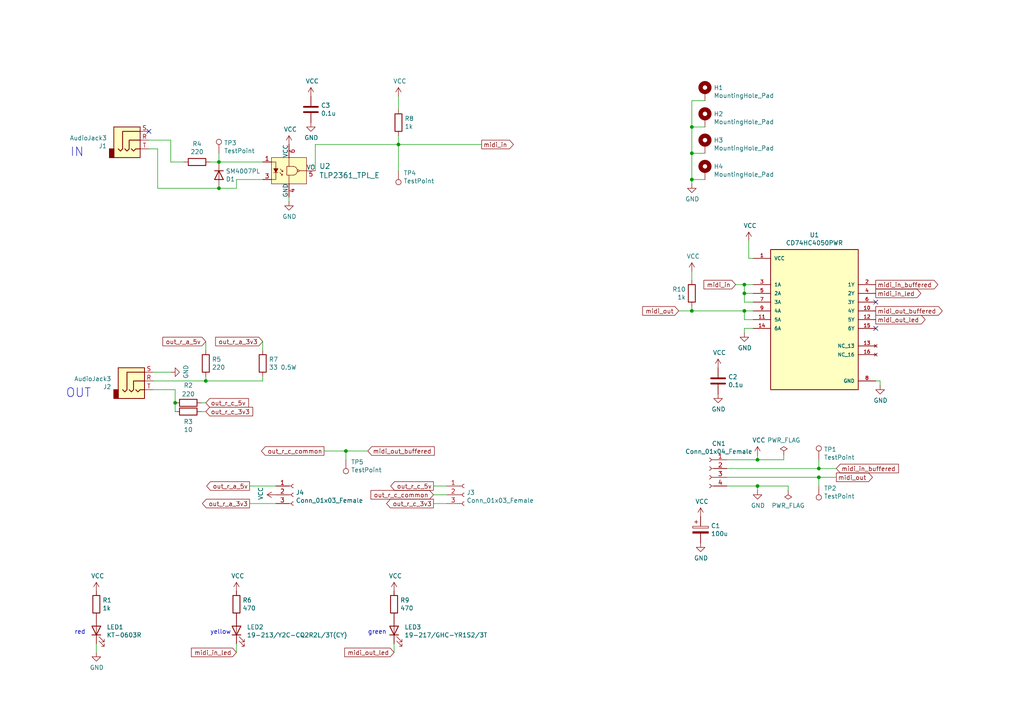
<source format=kicad_sch>
(kicad_sch (version 20211123) (generator eeschema)

  (uuid 749dfe75-c0d6-4872-9330-29c5bbcb8ff8)

  (paper "A4")

  (title_block
    (title "MIDI-UART Interface san")
    (date "2021-06-09")
    (company "Kinoshita Laboratory")
    (comment 1 "drawn by: Kazuki Saita")
  )

  (lib_symbols
    (symbol "CD74HC4050PWR:CD74HC4050PWR" (pin_names (offset 1.016)) (in_bom yes) (on_board yes)
      (property "Reference" "U" (id 0) (at -12.7 21.59 0)
        (effects (font (size 1.27 1.27)) (justify left bottom))
      )
      (property "Value" "CD74HC4050PWR" (id 1) (at -12.7 -22.86 0)
        (effects (font (size 1.27 1.27)) (justify left bottom))
      )
      (property "Footprint" "SOP65P640X120-16N" (id 2) (at 0 0 0)
        (effects (font (size 1.27 1.27)) (justify left bottom) hide)
      )
      (property "Datasheet" "" (id 3) (at 0 0 0)
        (effects (font (size 1.27 1.27)) (justify left bottom) hide)
      )
      (property "PARTREV" "February 2005" (id 4) (at 0 0 0)
        (effects (font (size 1.27 1.27)) (justify left bottom) hide)
      )
      (property "MAXIMUM_PACKAGE_HEIGHT" "1.2 mm" (id 5) (at 0 0 0)
        (effects (font (size 1.27 1.27)) (justify left bottom) hide)
      )
      (property "MANUFACTURER" "Texas Instruments" (id 6) (at 0 0 0)
        (effects (font (size 1.27 1.27)) (justify left bottom) hide)
      )
      (property "STANDARD" "IPC 7351B" (id 7) (at 0 0 0)
        (effects (font (size 1.27 1.27)) (justify left bottom) hide)
      )
      (property "ki_locked" "" (id 8) (at 0 0 0)
        (effects (font (size 1.27 1.27)))
      )
      (symbol "CD74HC4050PWR_0_0"
        (rectangle (start -12.7 -20.32) (end 12.7 20.32)
          (stroke (width 0.254) (type default) (color 0 0 0 0))
          (fill (type background))
        )
        (pin power_in line (at -17.78 17.78 0) (length 5.08)
          (name "VCC" (effects (font (size 1.016 1.016))))
          (number "1" (effects (font (size 1.016 1.016))))
        )
        (pin output line (at 17.78 2.54 180) (length 5.08)
          (name "4Y" (effects (font (size 1.016 1.016))))
          (number "10" (effects (font (size 1.016 1.016))))
        )
        (pin input line (at -17.78 0 0) (length 5.08)
          (name "5A" (effects (font (size 1.016 1.016))))
          (number "11" (effects (font (size 1.016 1.016))))
        )
        (pin output line (at 17.78 0 180) (length 5.08)
          (name "5Y" (effects (font (size 1.016 1.016))))
          (number "12" (effects (font (size 1.016 1.016))))
        )
        (pin no_connect line (at 17.78 -7.62 180) (length 5.08)
          (name "NC_13" (effects (font (size 1.016 1.016))))
          (number "13" (effects (font (size 1.016 1.016))))
        )
        (pin input line (at -17.78 -2.54 0) (length 5.08)
          (name "6A" (effects (font (size 1.016 1.016))))
          (number "14" (effects (font (size 1.016 1.016))))
        )
        (pin output line (at 17.78 -2.54 180) (length 5.08)
          (name "6Y" (effects (font (size 1.016 1.016))))
          (number "15" (effects (font (size 1.016 1.016))))
        )
        (pin no_connect line (at 17.78 -10.16 180) (length 5.08)
          (name "NC_16" (effects (font (size 1.016 1.016))))
          (number "16" (effects (font (size 1.016 1.016))))
        )
        (pin output line (at 17.78 10.16 180) (length 5.08)
          (name "1Y" (effects (font (size 1.016 1.016))))
          (number "2" (effects (font (size 1.016 1.016))))
        )
        (pin input line (at -17.78 10.16 0) (length 5.08)
          (name "1A" (effects (font (size 1.016 1.016))))
          (number "3" (effects (font (size 1.016 1.016))))
        )
        (pin output line (at 17.78 7.62 180) (length 5.08)
          (name "2Y" (effects (font (size 1.016 1.016))))
          (number "4" (effects (font (size 1.016 1.016))))
        )
        (pin input line (at -17.78 7.62 0) (length 5.08)
          (name "2A" (effects (font (size 1.016 1.016))))
          (number "5" (effects (font (size 1.016 1.016))))
        )
        (pin output line (at 17.78 5.08 180) (length 5.08)
          (name "3Y" (effects (font (size 1.016 1.016))))
          (number "6" (effects (font (size 1.016 1.016))))
        )
        (pin input line (at -17.78 5.08 0) (length 5.08)
          (name "3A" (effects (font (size 1.016 1.016))))
          (number "7" (effects (font (size 1.016 1.016))))
        )
        (pin power_in line (at 17.78 -17.78 180) (length 5.08)
          (name "GND" (effects (font (size 1.016 1.016))))
          (number "8" (effects (font (size 1.016 1.016))))
        )
        (pin input line (at -17.78 2.54 0) (length 5.08)
          (name "4A" (effects (font (size 1.016 1.016))))
          (number "9" (effects (font (size 1.016 1.016))))
        )
      )
    )
    (symbol "Connector:AudioJack3" (in_bom yes) (on_board yes)
      (property "Reference" "J" (id 0) (at 0 8.89 0)
        (effects (font (size 1.27 1.27)))
      )
      (property "Value" "AudioJack3" (id 1) (at 0 6.35 0)
        (effects (font (size 1.27 1.27)))
      )
      (property "Footprint" "" (id 2) (at 0 0 0)
        (effects (font (size 1.27 1.27)) hide)
      )
      (property "Datasheet" "~" (id 3) (at 0 0 0)
        (effects (font (size 1.27 1.27)) hide)
      )
      (property "ki_keywords" "audio jack receptacle stereo headphones phones TRS connector" (id 4) (at 0 0 0)
        (effects (font (size 1.27 1.27)) hide)
      )
      (property "ki_description" "Audio Jack, 3 Poles (Stereo / TRS)" (id 5) (at 0 0 0)
        (effects (font (size 1.27 1.27)) hide)
      )
      (property "ki_fp_filters" "Jack*" (id 6) (at 0 0 0)
        (effects (font (size 1.27 1.27)) hide)
      )
      (symbol "AudioJack3_0_1"
        (rectangle (start -5.08 -5.08) (end -6.35 -2.54)
          (stroke (width 0.254) (type default) (color 0 0 0 0))
          (fill (type outline))
        )
        (polyline
          (pts
            (xy 0 -2.54)
            (xy 0.635 -3.175)
            (xy 1.27 -2.54)
            (xy 2.54 -2.54)
          )
          (stroke (width 0.254) (type default) (color 0 0 0 0))
          (fill (type none))
        )
        (polyline
          (pts
            (xy -1.905 -2.54)
            (xy -1.27 -3.175)
            (xy -0.635 -2.54)
            (xy -0.635 0)
            (xy 2.54 0)
          )
          (stroke (width 0.254) (type default) (color 0 0 0 0))
          (fill (type none))
        )
        (polyline
          (pts
            (xy 2.54 2.54)
            (xy -2.54 2.54)
            (xy -2.54 -2.54)
            (xy -3.175 -3.175)
            (xy -3.81 -2.54)
          )
          (stroke (width 0.254) (type default) (color 0 0 0 0))
          (fill (type none))
        )
        (rectangle (start 2.54 3.81) (end -5.08 -5.08)
          (stroke (width 0.254) (type default) (color 0 0 0 0))
          (fill (type background))
        )
      )
      (symbol "AudioJack3_1_1"
        (pin passive line (at 5.08 0 180) (length 2.54)
          (name "~" (effects (font (size 1.27 1.27))))
          (number "R" (effects (font (size 1.27 1.27))))
        )
        (pin passive line (at 5.08 2.54 180) (length 2.54)
          (name "~" (effects (font (size 1.27 1.27))))
          (number "S" (effects (font (size 1.27 1.27))))
        )
        (pin passive line (at 5.08 -2.54 180) (length 2.54)
          (name "~" (effects (font (size 1.27 1.27))))
          (number "T" (effects (font (size 1.27 1.27))))
        )
      )
    )
    (symbol "Connector:Conn_01x03_Female" (pin_names (offset 1.016) hide) (in_bom yes) (on_board yes)
      (property "Reference" "J" (id 0) (at 0 5.08 0)
        (effects (font (size 1.27 1.27)))
      )
      (property "Value" "Conn_01x03_Female" (id 1) (at 0 -5.08 0)
        (effects (font (size 1.27 1.27)))
      )
      (property "Footprint" "" (id 2) (at 0 0 0)
        (effects (font (size 1.27 1.27)) hide)
      )
      (property "Datasheet" "~" (id 3) (at 0 0 0)
        (effects (font (size 1.27 1.27)) hide)
      )
      (property "ki_keywords" "connector" (id 4) (at 0 0 0)
        (effects (font (size 1.27 1.27)) hide)
      )
      (property "ki_description" "Generic connector, single row, 01x03, script generated (kicad-library-utils/schlib/autogen/connector/)" (id 5) (at 0 0 0)
        (effects (font (size 1.27 1.27)) hide)
      )
      (property "ki_fp_filters" "Connector*:*_1x??_*" (id 6) (at 0 0 0)
        (effects (font (size 1.27 1.27)) hide)
      )
      (symbol "Conn_01x03_Female_1_1"
        (arc (start 0 -2.032) (mid -0.508 -2.54) (end 0 -3.048)
          (stroke (width 0.1524) (type default) (color 0 0 0 0))
          (fill (type none))
        )
        (polyline
          (pts
            (xy -1.27 -2.54)
            (xy -0.508 -2.54)
          )
          (stroke (width 0.1524) (type default) (color 0 0 0 0))
          (fill (type none))
        )
        (polyline
          (pts
            (xy -1.27 0)
            (xy -0.508 0)
          )
          (stroke (width 0.1524) (type default) (color 0 0 0 0))
          (fill (type none))
        )
        (polyline
          (pts
            (xy -1.27 2.54)
            (xy -0.508 2.54)
          )
          (stroke (width 0.1524) (type default) (color 0 0 0 0))
          (fill (type none))
        )
        (arc (start 0 0.508) (mid -0.508 0) (end 0 -0.508)
          (stroke (width 0.1524) (type default) (color 0 0 0 0))
          (fill (type none))
        )
        (arc (start 0 3.048) (mid -0.508 2.54) (end 0 2.032)
          (stroke (width 0.1524) (type default) (color 0 0 0 0))
          (fill (type none))
        )
        (pin passive line (at -5.08 2.54 0) (length 3.81)
          (name "Pin_1" (effects (font (size 1.27 1.27))))
          (number "1" (effects (font (size 1.27 1.27))))
        )
        (pin passive line (at -5.08 0 0) (length 3.81)
          (name "Pin_2" (effects (font (size 1.27 1.27))))
          (number "2" (effects (font (size 1.27 1.27))))
        )
        (pin passive line (at -5.08 -2.54 0) (length 3.81)
          (name "Pin_3" (effects (font (size 1.27 1.27))))
          (number "3" (effects (font (size 1.27 1.27))))
        )
      )
    )
    (symbol "Connector:Conn_01x04_Female" (pin_names (offset 1.016) hide) (in_bom yes) (on_board yes)
      (property "Reference" "J" (id 0) (at 0 5.08 0)
        (effects (font (size 1.27 1.27)))
      )
      (property "Value" "Conn_01x04_Female" (id 1) (at 0 -7.62 0)
        (effects (font (size 1.27 1.27)))
      )
      (property "Footprint" "" (id 2) (at 0 0 0)
        (effects (font (size 1.27 1.27)) hide)
      )
      (property "Datasheet" "~" (id 3) (at 0 0 0)
        (effects (font (size 1.27 1.27)) hide)
      )
      (property "ki_keywords" "connector" (id 4) (at 0 0 0)
        (effects (font (size 1.27 1.27)) hide)
      )
      (property "ki_description" "Generic connector, single row, 01x04, script generated (kicad-library-utils/schlib/autogen/connector/)" (id 5) (at 0 0 0)
        (effects (font (size 1.27 1.27)) hide)
      )
      (property "ki_fp_filters" "Connector*:*_1x??_*" (id 6) (at 0 0 0)
        (effects (font (size 1.27 1.27)) hide)
      )
      (symbol "Conn_01x04_Female_1_1"
        (arc (start 0 -4.572) (mid -0.508 -5.08) (end 0 -5.588)
          (stroke (width 0.1524) (type default) (color 0 0 0 0))
          (fill (type none))
        )
        (arc (start 0 -2.032) (mid -0.508 -2.54) (end 0 -3.048)
          (stroke (width 0.1524) (type default) (color 0 0 0 0))
          (fill (type none))
        )
        (polyline
          (pts
            (xy -1.27 -5.08)
            (xy -0.508 -5.08)
          )
          (stroke (width 0.1524) (type default) (color 0 0 0 0))
          (fill (type none))
        )
        (polyline
          (pts
            (xy -1.27 -2.54)
            (xy -0.508 -2.54)
          )
          (stroke (width 0.1524) (type default) (color 0 0 0 0))
          (fill (type none))
        )
        (polyline
          (pts
            (xy -1.27 0)
            (xy -0.508 0)
          )
          (stroke (width 0.1524) (type default) (color 0 0 0 0))
          (fill (type none))
        )
        (polyline
          (pts
            (xy -1.27 2.54)
            (xy -0.508 2.54)
          )
          (stroke (width 0.1524) (type default) (color 0 0 0 0))
          (fill (type none))
        )
        (arc (start 0 0.508) (mid -0.508 0) (end 0 -0.508)
          (stroke (width 0.1524) (type default) (color 0 0 0 0))
          (fill (type none))
        )
        (arc (start 0 3.048) (mid -0.508 2.54) (end 0 2.032)
          (stroke (width 0.1524) (type default) (color 0 0 0 0))
          (fill (type none))
        )
        (pin passive line (at -5.08 2.54 0) (length 3.81)
          (name "Pin_1" (effects (font (size 1.27 1.27))))
          (number "1" (effects (font (size 1.27 1.27))))
        )
        (pin passive line (at -5.08 0 0) (length 3.81)
          (name "Pin_2" (effects (font (size 1.27 1.27))))
          (number "2" (effects (font (size 1.27 1.27))))
        )
        (pin passive line (at -5.08 -2.54 0) (length 3.81)
          (name "Pin_3" (effects (font (size 1.27 1.27))))
          (number "3" (effects (font (size 1.27 1.27))))
        )
        (pin passive line (at -5.08 -5.08 0) (length 3.81)
          (name "Pin_4" (effects (font (size 1.27 1.27))))
          (number "4" (effects (font (size 1.27 1.27))))
        )
      )
    )
    (symbol "Connector:TestPoint" (pin_numbers hide) (pin_names (offset 0.762) hide) (in_bom yes) (on_board yes)
      (property "Reference" "TP" (id 0) (at 0 6.858 0)
        (effects (font (size 1.27 1.27)))
      )
      (property "Value" "TestPoint" (id 1) (at 0 5.08 0)
        (effects (font (size 1.27 1.27)))
      )
      (property "Footprint" "" (id 2) (at 5.08 0 0)
        (effects (font (size 1.27 1.27)) hide)
      )
      (property "Datasheet" "~" (id 3) (at 5.08 0 0)
        (effects (font (size 1.27 1.27)) hide)
      )
      (property "ki_keywords" "test point tp" (id 4) (at 0 0 0)
        (effects (font (size 1.27 1.27)) hide)
      )
      (property "ki_description" "test point" (id 5) (at 0 0 0)
        (effects (font (size 1.27 1.27)) hide)
      )
      (property "ki_fp_filters" "Pin* Test*" (id 6) (at 0 0 0)
        (effects (font (size 1.27 1.27)) hide)
      )
      (symbol "TestPoint_0_1"
        (circle (center 0 3.302) (radius 0.762)
          (stroke (width 0) (type default) (color 0 0 0 0))
          (fill (type none))
        )
      )
      (symbol "TestPoint_1_1"
        (pin passive line (at 0 0 90) (length 2.54)
          (name "1" (effects (font (size 1.27 1.27))))
          (number "1" (effects (font (size 1.27 1.27))))
        )
      )
    )
    (symbol "Device:C" (pin_numbers hide) (pin_names (offset 0.254)) (in_bom yes) (on_board yes)
      (property "Reference" "C" (id 0) (at 0.635 2.54 0)
        (effects (font (size 1.27 1.27)) (justify left))
      )
      (property "Value" "C" (id 1) (at 0.635 -2.54 0)
        (effects (font (size 1.27 1.27)) (justify left))
      )
      (property "Footprint" "" (id 2) (at 0.9652 -3.81 0)
        (effects (font (size 1.27 1.27)) hide)
      )
      (property "Datasheet" "~" (id 3) (at 0 0 0)
        (effects (font (size 1.27 1.27)) hide)
      )
      (property "ki_keywords" "cap capacitor" (id 4) (at 0 0 0)
        (effects (font (size 1.27 1.27)) hide)
      )
      (property "ki_description" "Unpolarized capacitor" (id 5) (at 0 0 0)
        (effects (font (size 1.27 1.27)) hide)
      )
      (property "ki_fp_filters" "C_*" (id 6) (at 0 0 0)
        (effects (font (size 1.27 1.27)) hide)
      )
      (symbol "C_0_1"
        (polyline
          (pts
            (xy -2.032 -0.762)
            (xy 2.032 -0.762)
          )
          (stroke (width 0.508) (type default) (color 0 0 0 0))
          (fill (type none))
        )
        (polyline
          (pts
            (xy -2.032 0.762)
            (xy 2.032 0.762)
          )
          (stroke (width 0.508) (type default) (color 0 0 0 0))
          (fill (type none))
        )
      )
      (symbol "C_1_1"
        (pin passive line (at 0 3.81 270) (length 2.794)
          (name "~" (effects (font (size 1.27 1.27))))
          (number "1" (effects (font (size 1.27 1.27))))
        )
        (pin passive line (at 0 -3.81 90) (length 2.794)
          (name "~" (effects (font (size 1.27 1.27))))
          (number "2" (effects (font (size 1.27 1.27))))
        )
      )
    )
    (symbol "Device:CP" (pin_numbers hide) (pin_names (offset 0.254)) (in_bom yes) (on_board yes)
      (property "Reference" "C" (id 0) (at 0.635 2.54 0)
        (effects (font (size 1.27 1.27)) (justify left))
      )
      (property "Value" "Device_CP" (id 1) (at 0.635 -2.54 0)
        (effects (font (size 1.27 1.27)) (justify left))
      )
      (property "Footprint" "" (id 2) (at 0.9652 -3.81 0)
        (effects (font (size 1.27 1.27)) hide)
      )
      (property "Datasheet" "" (id 3) (at 0 0 0)
        (effects (font (size 1.27 1.27)) hide)
      )
      (property "ki_fp_filters" "CP_*" (id 4) (at 0 0 0)
        (effects (font (size 1.27 1.27)) hide)
      )
      (symbol "CP_0_1"
        (rectangle (start -2.286 0.508) (end 2.286 1.016)
          (stroke (width 0) (type default) (color 0 0 0 0))
          (fill (type none))
        )
        (polyline
          (pts
            (xy -1.778 2.286)
            (xy -0.762 2.286)
          )
          (stroke (width 0) (type default) (color 0 0 0 0))
          (fill (type none))
        )
        (polyline
          (pts
            (xy -1.27 2.794)
            (xy -1.27 1.778)
          )
          (stroke (width 0) (type default) (color 0 0 0 0))
          (fill (type none))
        )
        (rectangle (start 2.286 -0.508) (end -2.286 -1.016)
          (stroke (width 0) (type default) (color 0 0 0 0))
          (fill (type outline))
        )
      )
      (symbol "CP_1_1"
        (pin passive line (at 0 3.81 270) (length 2.794)
          (name "~" (effects (font (size 1.27 1.27))))
          (number "1" (effects (font (size 1.27 1.27))))
        )
        (pin passive line (at 0 -3.81 90) (length 2.794)
          (name "~" (effects (font (size 1.27 1.27))))
          (number "2" (effects (font (size 1.27 1.27))))
        )
      )
    )
    (symbol "Device:D" (pin_numbers hide) (pin_names (offset 1.016) hide) (in_bom yes) (on_board yes)
      (property "Reference" "D" (id 0) (at 0 2.54 0)
        (effects (font (size 1.27 1.27)))
      )
      (property "Value" "D" (id 1) (at 0 -2.54 0)
        (effects (font (size 1.27 1.27)))
      )
      (property "Footprint" "" (id 2) (at 0 0 0)
        (effects (font (size 1.27 1.27)) hide)
      )
      (property "Datasheet" "~" (id 3) (at 0 0 0)
        (effects (font (size 1.27 1.27)) hide)
      )
      (property "ki_keywords" "diode" (id 4) (at 0 0 0)
        (effects (font (size 1.27 1.27)) hide)
      )
      (property "ki_description" "Diode" (id 5) (at 0 0 0)
        (effects (font (size 1.27 1.27)) hide)
      )
      (property "ki_fp_filters" "TO-???* *_Diode_* *SingleDiode* D_*" (id 6) (at 0 0 0)
        (effects (font (size 1.27 1.27)) hide)
      )
      (symbol "D_0_1"
        (polyline
          (pts
            (xy -1.27 1.27)
            (xy -1.27 -1.27)
          )
          (stroke (width 0.254) (type default) (color 0 0 0 0))
          (fill (type none))
        )
        (polyline
          (pts
            (xy 1.27 0)
            (xy -1.27 0)
          )
          (stroke (width 0) (type default) (color 0 0 0 0))
          (fill (type none))
        )
        (polyline
          (pts
            (xy 1.27 1.27)
            (xy 1.27 -1.27)
            (xy -1.27 0)
            (xy 1.27 1.27)
          )
          (stroke (width 0.254) (type default) (color 0 0 0 0))
          (fill (type none))
        )
      )
      (symbol "D_1_1"
        (pin passive line (at -3.81 0 0) (length 2.54)
          (name "K" (effects (font (size 1.27 1.27))))
          (number "1" (effects (font (size 1.27 1.27))))
        )
        (pin passive line (at 3.81 0 180) (length 2.54)
          (name "A" (effects (font (size 1.27 1.27))))
          (number "2" (effects (font (size 1.27 1.27))))
        )
      )
    )
    (symbol "Device:LED" (pin_numbers hide) (pin_names (offset 1.016) hide) (in_bom yes) (on_board yes)
      (property "Reference" "D" (id 0) (at 0 2.54 0)
        (effects (font (size 1.27 1.27)))
      )
      (property "Value" "LED" (id 1) (at 0 -2.54 0)
        (effects (font (size 1.27 1.27)))
      )
      (property "Footprint" "" (id 2) (at 0 0 0)
        (effects (font (size 1.27 1.27)) hide)
      )
      (property "Datasheet" "~" (id 3) (at 0 0 0)
        (effects (font (size 1.27 1.27)) hide)
      )
      (property "ki_keywords" "LED diode" (id 4) (at 0 0 0)
        (effects (font (size 1.27 1.27)) hide)
      )
      (property "ki_description" "Light emitting diode" (id 5) (at 0 0 0)
        (effects (font (size 1.27 1.27)) hide)
      )
      (property "ki_fp_filters" "LED* LED_SMD:* LED_THT:*" (id 6) (at 0 0 0)
        (effects (font (size 1.27 1.27)) hide)
      )
      (symbol "LED_0_1"
        (polyline
          (pts
            (xy -1.27 -1.27)
            (xy -1.27 1.27)
          )
          (stroke (width 0.254) (type default) (color 0 0 0 0))
          (fill (type none))
        )
        (polyline
          (pts
            (xy -1.27 0)
            (xy 1.27 0)
          )
          (stroke (width 0) (type default) (color 0 0 0 0))
          (fill (type none))
        )
        (polyline
          (pts
            (xy 1.27 -1.27)
            (xy 1.27 1.27)
            (xy -1.27 0)
            (xy 1.27 -1.27)
          )
          (stroke (width 0.254) (type default) (color 0 0 0 0))
          (fill (type none))
        )
        (polyline
          (pts
            (xy -3.048 -0.762)
            (xy -4.572 -2.286)
            (xy -3.81 -2.286)
            (xy -4.572 -2.286)
            (xy -4.572 -1.524)
          )
          (stroke (width 0) (type default) (color 0 0 0 0))
          (fill (type none))
        )
        (polyline
          (pts
            (xy -1.778 -0.762)
            (xy -3.302 -2.286)
            (xy -2.54 -2.286)
            (xy -3.302 -2.286)
            (xy -3.302 -1.524)
          )
          (stroke (width 0) (type default) (color 0 0 0 0))
          (fill (type none))
        )
      )
      (symbol "LED_1_1"
        (pin passive line (at -3.81 0 0) (length 2.54)
          (name "K" (effects (font (size 1.27 1.27))))
          (number "1" (effects (font (size 1.27 1.27))))
        )
        (pin passive line (at 3.81 0 180) (length 2.54)
          (name "A" (effects (font (size 1.27 1.27))))
          (number "2" (effects (font (size 1.27 1.27))))
        )
      )
    )
    (symbol "Device:R" (pin_numbers hide) (pin_names (offset 0)) (in_bom yes) (on_board yes)
      (property "Reference" "R" (id 0) (at 2.032 0 90)
        (effects (font (size 1.27 1.27)))
      )
      (property "Value" "R" (id 1) (at 0 0 90)
        (effects (font (size 1.27 1.27)))
      )
      (property "Footprint" "" (id 2) (at -1.778 0 90)
        (effects (font (size 1.27 1.27)) hide)
      )
      (property "Datasheet" "~" (id 3) (at 0 0 0)
        (effects (font (size 1.27 1.27)) hide)
      )
      (property "ki_keywords" "R res resistor" (id 4) (at 0 0 0)
        (effects (font (size 1.27 1.27)) hide)
      )
      (property "ki_description" "Resistor" (id 5) (at 0 0 0)
        (effects (font (size 1.27 1.27)) hide)
      )
      (property "ki_fp_filters" "R_*" (id 6) (at 0 0 0)
        (effects (font (size 1.27 1.27)) hide)
      )
      (symbol "R_0_1"
        (rectangle (start -1.016 -2.54) (end 1.016 2.54)
          (stroke (width 0.254) (type default) (color 0 0 0 0))
          (fill (type none))
        )
      )
      (symbol "R_1_1"
        (pin passive line (at 0 3.81 270) (length 1.27)
          (name "~" (effects (font (size 1.27 1.27))))
          (number "1" (effects (font (size 1.27 1.27))))
        )
        (pin passive line (at 0 -3.81 90) (length 1.27)
          (name "~" (effects (font (size 1.27 1.27))))
          (number "2" (effects (font (size 1.27 1.27))))
        )
      )
    )
    (symbol "Mechanical:MountingHole_Pad" (pin_numbers hide) (pin_names (offset 1.016) hide) (in_bom yes) (on_board yes)
      (property "Reference" "H" (id 0) (at 0 6.35 0)
        (effects (font (size 1.27 1.27)))
      )
      (property "Value" "MountingHole_Pad" (id 1) (at 0 4.445 0)
        (effects (font (size 1.27 1.27)))
      )
      (property "Footprint" "" (id 2) (at 0 0 0)
        (effects (font (size 1.27 1.27)) hide)
      )
      (property "Datasheet" "~" (id 3) (at 0 0 0)
        (effects (font (size 1.27 1.27)) hide)
      )
      (property "ki_keywords" "mounting hole" (id 4) (at 0 0 0)
        (effects (font (size 1.27 1.27)) hide)
      )
      (property "ki_description" "Mounting Hole with connection" (id 5) (at 0 0 0)
        (effects (font (size 1.27 1.27)) hide)
      )
      (property "ki_fp_filters" "MountingHole*Pad*" (id 6) (at 0 0 0)
        (effects (font (size 1.27 1.27)) hide)
      )
      (symbol "MountingHole_Pad_0_1"
        (circle (center 0 1.27) (radius 1.27)
          (stroke (width 1.27) (type default) (color 0 0 0 0))
          (fill (type none))
        )
      )
      (symbol "MountingHole_Pad_1_1"
        (pin input line (at 0 -2.54 90) (length 2.54)
          (name "1" (effects (font (size 1.27 1.27))))
          (number "1" (effects (font (size 1.27 1.27))))
        )
      )
    )
    (symbol "dk_Optoisolators-Logic-Output:TLP2361_TPL_E" (pin_names (offset 0)) (in_bom yes) (on_board yes)
      (property "Reference" "U" (id 0) (at -7.62 7.62 0)
        (effects (font (size 1.524 1.524)))
      )
      (property "Value" "dk_Optoisolators-Logic-Output_TLP2361_TPL_E" (id 1) (at 2.54 -5.715 0)
        (effects (font (size 1.524 1.524)) (justify left))
      )
      (property "Footprint" "digikey-footprints:SOIC-6-5_W4.55mm" (id 2) (at 5.08 5.08 0)
        (effects (font (size 1.524 1.524)) (justify left) hide)
      )
      (property "Datasheet" "https://toshiba.semicon-storage.com/info/docget.jsp?did=14229&prodName=TLP2361" (id 3) (at 5.08 7.62 0)
        (effects (font (size 1.524 1.524)) (justify left) hide)
      )
      (property "Digi-Key_PN" "TLP2361(TPLECT-ND" (id 4) (at 5.08 10.16 0)
        (effects (font (size 1.524 1.524)) (justify left) hide)
      )
      (property "MPN" "TLP2361(TPL,E" (id 5) (at 5.08 12.7 0)
        (effects (font (size 1.524 1.524)) (justify left) hide)
      )
      (property "Category" "Isolators" (id 6) (at 5.08 15.24 0)
        (effects (font (size 1.524 1.524)) (justify left) hide)
      )
      (property "Family" "Optoisolators - Logic Output" (id 7) (at 5.08 17.78 0)
        (effects (font (size 1.524 1.524)) (justify left) hide)
      )
      (property "DK_Datasheet_Link" "https://toshiba.semicon-storage.com/info/docget.jsp?did=14229&prodName=TLP2361" (id 8) (at 5.08 20.32 0)
        (effects (font (size 1.524 1.524)) (justify left) hide)
      )
      (property "DK_Detail_Page" "/product-detail/en/toshiba-semiconductor-and-storage/TLP2361(TPL,E/TLP2361(TPLECT-ND/5189799" (id 9) (at 5.08 22.86 0)
        (effects (font (size 1.524 1.524)) (justify left) hide)
      )
      (property "Description" "OPTOISO 3.75KV PSH PULL SO6-5" (id 10) (at 5.08 25.4 0)
        (effects (font (size 1.524 1.524)) (justify left) hide)
      )
      (property "Manufacturer" "Toshiba Semiconductor and Storage" (id 11) (at 5.08 27.94 0)
        (effects (font (size 1.524 1.524)) (justify left) hide)
      )
      (property "Status" "Active" (id 12) (at 5.08 30.48 0)
        (effects (font (size 1.524 1.524)) (justify left) hide)
      )
      (symbol "TLP2361_TPL_E_0_1"
        (rectangle (start -5.08 3.81) (end 5.08 -3.81)
          (stroke (width 0) (type default) (color 0 0 0 0))
          (fill (type background))
        )
        (polyline
          (pts
            (xy -4.445 -0.508)
            (xy -3.175 -0.508)
          )
          (stroke (width 0) (type default) (color 0 0 0 0))
          (fill (type none))
        )
        (polyline
          (pts
            (xy -1.905 -1.27)
            (xy -1.905 -0.889)
          )
          (stroke (width 0) (type default) (color 0 0 0 0))
          (fill (type none))
        )
        (polyline
          (pts
            (xy -1.778 -0.254)
            (xy -2.159 -0.254)
          )
          (stroke (width 0) (type default) (color 0 0 0 0))
          (fill (type none))
        )
        (polyline
          (pts
            (xy -0.635 1.27)
            (xy 1.27 1.27)
          )
          (stroke (width 0) (type default) (color 0 0 0 0))
          (fill (type none))
        )
        (polyline
          (pts
            (xy 0 -3.81)
            (xy 0 -1.27)
          )
          (stroke (width 0) (type default) (color 0 0 0 0))
          (fill (type none))
        )
        (polyline
          (pts
            (xy 0 3.81)
            (xy 0 1.27)
          )
          (stroke (width 0) (type default) (color 0 0 0 0))
          (fill (type none))
        )
        (polyline
          (pts
            (xy 2.921 0)
            (xy 5.08 0)
          )
          (stroke (width 0) (type default) (color 0 0 0 0))
          (fill (type none))
        )
        (polyline
          (pts
            (xy -5.08 -2.54)
            (xy -3.81 -2.54)
            (xy -3.81 -0.254)
          )
          (stroke (width 0) (type default) (color 0 0 0 0))
          (fill (type none))
        )
        (polyline
          (pts
            (xy -5.08 2.54)
            (xy -3.81 2.54)
            (xy -3.81 0.508)
          )
          (stroke (width 0) (type default) (color 0 0 0 0))
          (fill (type none))
        )
        (polyline
          (pts
            (xy -2.667 -0.508)
            (xy -1.905 -1.27)
            (xy -2.286 -1.27)
          )
          (stroke (width 0) (type default) (color 0 0 0 0))
          (fill (type none))
        )
        (polyline
          (pts
            (xy -2.54 0.508)
            (xy -1.778 -0.254)
            (xy -1.778 0.127)
          )
          (stroke (width 0) (type default) (color 0 0 0 0))
          (fill (type none))
        )
        (polyline
          (pts
            (xy -0.635 1.27)
            (xy -0.635 -1.27)
            (xy 1.27 -1.27)
          )
          (stroke (width 0) (type default) (color 0 0 0 0))
          (fill (type none))
        )
        (polyline
          (pts
            (xy -4.318 0.635)
            (xy -3.175 0.635)
            (xy -3.81 -0.508)
            (xy -4.445 0.635)
          )
          (stroke (width 0) (type default) (color 0 0 0 0))
          (fill (type outline))
        )
        (arc (start 1.27 -1.27) (mid 2.4193 0) (end 1.27 1.27)
          (stroke (width 0) (type default) (color 0 0 0 0))
          (fill (type none))
        )
        (circle (center 2.667 0) (radius 0.2794)
          (stroke (width 0) (type default) (color 0 0 0 0))
          (fill (type none))
        )
      )
      (symbol "TLP2361_TPL_E_1_1"
        (pin passive line (at -7.62 2.54 0) (length 2.54)
          (name "~" (effects (font (size 1.27 1.27))))
          (number "1" (effects (font (size 1.27 1.27))))
        )
        (pin passive line (at -7.62 -2.54 0) (length 2.54)
          (name "~" (effects (font (size 1.27 1.27))))
          (number "3" (effects (font (size 1.27 1.27))))
        )
        (pin power_in line (at 0 -7.62 90) (length 3.81)
          (name "GND" (effects (font (size 1.27 1.27))))
          (number "4" (effects (font (size 1.27 1.27))))
        )
        (pin output line (at 7.62 0 180) (length 2.54)
          (name "VO" (effects (font (size 1.27 1.27))))
          (number "5" (effects (font (size 1.27 1.27))))
        )
        (pin power_in line (at 0 7.62 270) (length 3.81)
          (name "VCC" (effects (font (size 1.27 1.27))))
          (number "6" (effects (font (size 1.27 1.27))))
        )
      )
    )
    (symbol "power:GND" (power) (pin_names (offset 0)) (in_bom yes) (on_board yes)
      (property "Reference" "#PWR" (id 0) (at 0 -6.35 0)
        (effects (font (size 1.27 1.27)) hide)
      )
      (property "Value" "GND" (id 1) (at 0 -3.81 0)
        (effects (font (size 1.27 1.27)))
      )
      (property "Footprint" "" (id 2) (at 0 0 0)
        (effects (font (size 1.27 1.27)) hide)
      )
      (property "Datasheet" "" (id 3) (at 0 0 0)
        (effects (font (size 1.27 1.27)) hide)
      )
      (property "ki_keywords" "power-flag" (id 4) (at 0 0 0)
        (effects (font (size 1.27 1.27)) hide)
      )
      (property "ki_description" "Power symbol creates a global label with name \"GND\" , ground" (id 5) (at 0 0 0)
        (effects (font (size 1.27 1.27)) hide)
      )
      (symbol "GND_0_1"
        (polyline
          (pts
            (xy 0 0)
            (xy 0 -1.27)
            (xy 1.27 -1.27)
            (xy 0 -2.54)
            (xy -1.27 -1.27)
            (xy 0 -1.27)
          )
          (stroke (width 0) (type default) (color 0 0 0 0))
          (fill (type none))
        )
      )
      (symbol "GND_1_1"
        (pin power_in line (at 0 0 270) (length 0) hide
          (name "GND" (effects (font (size 1.27 1.27))))
          (number "1" (effects (font (size 1.27 1.27))))
        )
      )
    )
    (symbol "power:PWR_FLAG" (power) (pin_numbers hide) (pin_names (offset 0) hide) (in_bom yes) (on_board yes)
      (property "Reference" "#FLG" (id 0) (at 0 1.905 0)
        (effects (font (size 1.27 1.27)) hide)
      )
      (property "Value" "PWR_FLAG" (id 1) (at 0 3.81 0)
        (effects (font (size 1.27 1.27)))
      )
      (property "Footprint" "" (id 2) (at 0 0 0)
        (effects (font (size 1.27 1.27)) hide)
      )
      (property "Datasheet" "~" (id 3) (at 0 0 0)
        (effects (font (size 1.27 1.27)) hide)
      )
      (property "ki_keywords" "power-flag" (id 4) (at 0 0 0)
        (effects (font (size 1.27 1.27)) hide)
      )
      (property "ki_description" "Special symbol for telling ERC where power comes from" (id 5) (at 0 0 0)
        (effects (font (size 1.27 1.27)) hide)
      )
      (symbol "PWR_FLAG_0_0"
        (pin power_out line (at 0 0 90) (length 0)
          (name "pwr" (effects (font (size 1.27 1.27))))
          (number "1" (effects (font (size 1.27 1.27))))
        )
      )
      (symbol "PWR_FLAG_0_1"
        (polyline
          (pts
            (xy 0 0)
            (xy 0 1.27)
            (xy -1.016 1.905)
            (xy 0 2.54)
            (xy 1.016 1.905)
            (xy 0 1.27)
          )
          (stroke (width 0) (type default) (color 0 0 0 0))
          (fill (type none))
        )
      )
    )
    (symbol "power:VCC" (power) (pin_names (offset 0)) (in_bom yes) (on_board yes)
      (property "Reference" "#PWR" (id 0) (at 0 -3.81 0)
        (effects (font (size 1.27 1.27)) hide)
      )
      (property "Value" "VCC" (id 1) (at 0 3.81 0)
        (effects (font (size 1.27 1.27)))
      )
      (property "Footprint" "" (id 2) (at 0 0 0)
        (effects (font (size 1.27 1.27)) hide)
      )
      (property "Datasheet" "" (id 3) (at 0 0 0)
        (effects (font (size 1.27 1.27)) hide)
      )
      (property "ki_keywords" "power-flag" (id 4) (at 0 0 0)
        (effects (font (size 1.27 1.27)) hide)
      )
      (property "ki_description" "Power symbol creates a global label with name \"VCC\"" (id 5) (at 0 0 0)
        (effects (font (size 1.27 1.27)) hide)
      )
      (symbol "VCC_0_1"
        (polyline
          (pts
            (xy -0.762 1.27)
            (xy 0 2.54)
          )
          (stroke (width 0) (type default) (color 0 0 0 0))
          (fill (type none))
        )
        (polyline
          (pts
            (xy 0 0)
            (xy 0 2.54)
          )
          (stroke (width 0) (type default) (color 0 0 0 0))
          (fill (type none))
        )
        (polyline
          (pts
            (xy 0 2.54)
            (xy 0.762 1.27)
          )
          (stroke (width 0) (type default) (color 0 0 0 0))
          (fill (type none))
        )
      )
      (symbol "VCC_1_1"
        (pin power_in line (at 0 0 90) (length 0) hide
          (name "VCC" (effects (font (size 1.27 1.27))))
          (number "1" (effects (font (size 1.27 1.27))))
        )
      )
    )
  )

  (junction (at 50.8 116.84) (diameter 0) (color 0 0 0 0)
    (uuid 1fa508ef-df83-4c99-846b-9acf535b3ad9)
  )
  (junction (at 100.33 130.81) (diameter 0) (color 0 0 0 0)
    (uuid 20cca02e-4c4d-4961-b6b4-b40a1731b220)
  )
  (junction (at 200.66 52.07) (diameter 0) (color 0 0 0 0)
    (uuid 29195ea4-8218-44a1-b4bf-466bee0082e4)
  )
  (junction (at 115.57 41.91) (diameter 0) (color 0 0 0 0)
    (uuid 29e78086-2175-405e-9ba3-c48766d2f50c)
  )
  (junction (at 215.9 85.09) (diameter 0) (color 0 0 0 0)
    (uuid 37e8181c-a81e-498b-b2e2-0aef0c391059)
  )
  (junction (at 237.49 135.89) (diameter 0) (color 0 0 0 0)
    (uuid 8bc2c25a-a1f1-4ce8-b96a-a4f8f4c35079)
  )
  (junction (at 215.9 82.55) (diameter 0) (color 0 0 0 0)
    (uuid 8da933a9-35f8-42e6-8504-d1bab7264306)
  )
  (junction (at 200.66 90.17) (diameter 0) (color 0 0 0 0)
    (uuid 998b7fa5-31a5-472e-9572-49d5226d6098)
  )
  (junction (at 63.5 54.61) (diameter 0) (color 0 0 0 0)
    (uuid 9bb20359-0f8b-45bc-9d38-6626ed3a939d)
  )
  (junction (at 63.5 46.99) (diameter 0) (color 0 0 0 0)
    (uuid aa14c3bd-4acc-4908-9d28-228585a22a9d)
  )
  (junction (at 200.66 36.83) (diameter 0) (color 0 0 0 0)
    (uuid be645d0f-8568-47a0-a152-e3ddd33563eb)
  )
  (junction (at 219.71 140.97) (diameter 0) (color 0 0 0 0)
    (uuid c8029a4c-945d-42ca-871a-dd73ff50a1a3)
  )
  (junction (at 215.9 90.17) (diameter 0) (color 0 0 0 0)
    (uuid d5641ac9-9be7-46bf-90b3-6c83d852b5ba)
  )
  (junction (at 200.66 44.45) (diameter 0) (color 0 0 0 0)
    (uuid d5b800ca-1ab6-4b66-b5f7-2dda5658b504)
  )
  (junction (at 237.49 138.43) (diameter 0) (color 0 0 0 0)
    (uuid f449bd37-cc90-4487-aee6-2a20b8d2843a)
  )
  (junction (at 219.71 133.35) (diameter 0) (color 0 0 0 0)
    (uuid f4eb0267-179f-46c9-b516-9bfb06bac1ba)
  )
  (junction (at 59.69 110.49) (diameter 0) (color 0 0 0 0)
    (uuid fef37e8b-0ff0-4da2-8a57-acaf19551d1a)
  )

  (no_connect (at 254 87.63) (uuid 155b0b7c-70b4-4a26-a550-bac13cab0aa4))
  (no_connect (at 43.18 38.1) (uuid 31540a7e-dc9e-4e4d-96b1-dab15efa5f4b))
  (no_connect (at 254 95.25) (uuid 87d7448e-e139-4209-ae0b-372f805267da))

  (wire (pts (xy 59.69 99.06) (xy 59.69 101.6))
    (stroke (width 0) (type default) (color 0 0 0 0))
    (uuid 03c7f780-fc1b-487a-b30d-567d6c09fdc8)
  )
  (wire (pts (xy 44.45 107.95) (xy 49.53 107.95))
    (stroke (width 0) (type default) (color 0 0 0 0))
    (uuid 065b9982-55f2-4822-977e-07e8a06e7b35)
  )
  (wire (pts (xy 200.66 44.45) (xy 204.47 44.45))
    (stroke (width 0) (type default) (color 0 0 0 0))
    (uuid 0ce8d3ab-2662-4158-8a2a-18b782908fc5)
  )
  (wire (pts (xy 200.66 52.07) (xy 200.66 53.34))
    (stroke (width 0) (type default) (color 0 0 0 0))
    (uuid 0e8f7fc0-2ef2-4b90-9c15-8a3a601ee459)
  )
  (wire (pts (xy 68.58 52.07) (xy 68.58 54.61))
    (stroke (width 0) (type default) (color 0 0 0 0))
    (uuid 0eaa98f0-9565-4637-ace3-42a5231b07f7)
  )
  (wire (pts (xy 200.66 90.17) (xy 215.9 90.17))
    (stroke (width 0) (type default) (color 0 0 0 0))
    (uuid 0f31f11f-c374-4640-b9a4-07bbdba8d354)
  )
  (wire (pts (xy 228.6 140.97) (xy 219.71 140.97))
    (stroke (width 0) (type default) (color 0 0 0 0))
    (uuid 101ef598-601d-400e-9ef6-d655fbb1dbfa)
  )
  (wire (pts (xy 200.66 78.74) (xy 200.66 81.28))
    (stroke (width 0) (type default) (color 0 0 0 0))
    (uuid 109caac1-5036-4f23-9a66-f569d871501b)
  )
  (wire (pts (xy 217.17 74.93) (xy 218.44 74.93))
    (stroke (width 0) (type default) (color 0 0 0 0))
    (uuid 182b2d54-931d-49d6-9f39-60a752623e36)
  )
  (wire (pts (xy 200.66 90.17) (xy 196.85 90.17))
    (stroke (width 0) (type default) (color 0 0 0 0))
    (uuid 18b7e157-ae67-48ad-bd7c-9fef6fe45b22)
  )
  (wire (pts (xy 215.9 92.71) (xy 215.9 90.17))
    (stroke (width 0) (type default) (color 0 0 0 0))
    (uuid 1e8701fc-ad24-40ea-846a-e3db538d6077)
  )
  (wire (pts (xy 76.2 110.49) (xy 59.69 110.49))
    (stroke (width 0) (type default) (color 0 0 0 0))
    (uuid 224768bc-6009-43ba-aa4a-70cbaa15b5a3)
  )
  (wire (pts (xy 218.44 92.71) (xy 215.9 92.71))
    (stroke (width 0) (type default) (color 0 0 0 0))
    (uuid 25d545dc-8f50-4573-922c-35ef5a2a3a19)
  )
  (wire (pts (xy 115.57 41.91) (xy 115.57 49.53))
    (stroke (width 0) (type default) (color 0 0 0 0))
    (uuid 2891767f-251c-48c4-91c0-deb1b368f45c)
  )
  (wire (pts (xy 63.5 54.61) (xy 68.58 54.61))
    (stroke (width 0) (type default) (color 0 0 0 0))
    (uuid 2d210a96-f81f-42a9-8bf4-1b43c11086f3)
  )
  (wire (pts (xy 254 110.49) (xy 255.27 110.49))
    (stroke (width 0) (type default) (color 0 0 0 0))
    (uuid 2dc272bd-3aa2-45b5-889d-1d3c8aac80f8)
  )
  (wire (pts (xy 43.18 43.18) (xy 45.72 43.18))
    (stroke (width 0) (type default) (color 0 0 0 0))
    (uuid 2dc54bac-8640-4dd7-b8ed-3c7acb01a8ea)
  )
  (wire (pts (xy 215.9 85.09) (xy 215.9 82.55))
    (stroke (width 0) (type default) (color 0 0 0 0))
    (uuid 2f215f15-3d52-4c91-93e6-3ea03a95622f)
  )
  (wire (pts (xy 204.47 52.07) (xy 200.66 52.07))
    (stroke (width 0) (type default) (color 0 0 0 0))
    (uuid 382ca670-6ae8-4de6-90f9-f241d1337171)
  )
  (wire (pts (xy 227.33 133.35) (xy 219.71 133.35))
    (stroke (width 0) (type default) (color 0 0 0 0))
    (uuid 3a52f112-cb97-43db-aaeb-20afe27664d7)
  )
  (wire (pts (xy 210.82 140.97) (xy 219.71 140.97))
    (stroke (width 0) (type default) (color 0 0 0 0))
    (uuid 40165eda-4ba6-4565-9bb4-b9df6dbb08da)
  )
  (wire (pts (xy 80.01 140.97) (xy 72.39 140.97))
    (stroke (width 0) (type default) (color 0 0 0 0))
    (uuid 4107d40a-e5df-4255-aacc-13f9928e090c)
  )
  (wire (pts (xy 227.33 132.08) (xy 227.33 133.35))
    (stroke (width 0) (type default) (color 0 0 0 0))
    (uuid 41acfe41-fac7-432a-a7a3-946566e2d504)
  )
  (wire (pts (xy 219.71 133.35) (xy 210.82 133.35))
    (stroke (width 0) (type default) (color 0 0 0 0))
    (uuid 45008225-f50f-4d6b-b508-6730a9408caf)
  )
  (wire (pts (xy 91.44 41.91) (xy 115.57 41.91))
    (stroke (width 0) (type default) (color 0 0 0 0))
    (uuid 479331ff-c540-41f4-84e6-b48d65171e59)
  )
  (wire (pts (xy 45.72 54.61) (xy 63.5 54.61))
    (stroke (width 0) (type default) (color 0 0 0 0))
    (uuid 4c8eb964-bdf4-44de-90e9-e2ab82dd5313)
  )
  (wire (pts (xy 50.8 113.03) (xy 44.45 113.03))
    (stroke (width 0) (type default) (color 0 0 0 0))
    (uuid 4f411f68-04bd-4175-a406-bcaa4cf6601e)
  )
  (wire (pts (xy 210.82 135.89) (xy 237.49 135.89))
    (stroke (width 0) (type default) (color 0 0 0 0))
    (uuid 4fa10683-33cd-4dcd-8acc-2415cd63c62a)
  )
  (wire (pts (xy 100.33 130.81) (xy 100.33 133.35))
    (stroke (width 0) (type default) (color 0 0 0 0))
    (uuid 503dbd88-3e6b-48cc-a2ea-a6e28b52a1f7)
  )
  (wire (pts (xy 217.17 69.85) (xy 217.17 74.93))
    (stroke (width 0) (type default) (color 0 0 0 0))
    (uuid 5114c7bf-b955-49f3-a0a8-4b954c81bde0)
  )
  (wire (pts (xy 93.98 130.81) (xy 100.33 130.81))
    (stroke (width 0) (type default) (color 0 0 0 0))
    (uuid 592f25e6-a01b-47fd-8172-3da01117d00a)
  )
  (wire (pts (xy 210.82 138.43) (xy 237.49 138.43))
    (stroke (width 0) (type default) (color 0 0 0 0))
    (uuid 59ec3156-036e-4049-89db-91a9dd07095f)
  )
  (wire (pts (xy 68.58 52.07) (xy 76.2 52.07))
    (stroke (width 0) (type default) (color 0 0 0 0))
    (uuid 5edcefbe-9766-42c8-9529-28d0ec865573)
  )
  (wire (pts (xy 200.66 88.9) (xy 200.66 90.17))
    (stroke (width 0) (type default) (color 0 0 0 0))
    (uuid 5fc9acb6-6dbb-4598-825b-4b9e7c4c67c4)
  )
  (wire (pts (xy 49.53 40.64) (xy 43.18 40.64))
    (stroke (width 0) (type default) (color 0 0 0 0))
    (uuid 609b9e1b-4e3b-42b7-ac76-a62ec4d0e7c7)
  )
  (wire (pts (xy 218.44 85.09) (xy 215.9 85.09))
    (stroke (width 0) (type default) (color 0 0 0 0))
    (uuid 61fe293f-6808-4b7f-9340-9aaac7054a97)
  )
  (wire (pts (xy 115.57 27.94) (xy 115.57 31.75))
    (stroke (width 0) (type default) (color 0 0 0 0))
    (uuid 61fe4c73-be59-4519-98f1-a634322a841d)
  )
  (wire (pts (xy 255.27 110.49) (xy 255.27 111.76))
    (stroke (width 0) (type default) (color 0 0 0 0))
    (uuid 6c2d26bc-6eca-436c-8025-79f817bf57d6)
  )
  (wire (pts (xy 59.69 116.84) (xy 58.42 116.84))
    (stroke (width 0) (type default) (color 0 0 0 0))
    (uuid 6f675e5f-8fe6-4148-baf1-da97afc770f8)
  )
  (wire (pts (xy 53.34 46.99) (xy 49.53 46.99))
    (stroke (width 0) (type default) (color 0 0 0 0))
    (uuid 70fb572d-d5ec-41e7-9482-63d4578b4f47)
  )
  (wire (pts (xy 115.57 41.91) (xy 139.7 41.91))
    (stroke (width 0) (type default) (color 0 0 0 0))
    (uuid 71f92193-19b0-44ed-bc7f-77535083d769)
  )
  (wire (pts (xy 63.5 46.99) (xy 76.2 46.99))
    (stroke (width 0) (type default) (color 0 0 0 0))
    (uuid 721d1be9-236e-470b-ba69-f1cc6c43faf9)
  )
  (wire (pts (xy 76.2 99.06) (xy 76.2 101.6))
    (stroke (width 0) (type default) (color 0 0 0 0))
    (uuid 752417ee-7d0b-4ac8-a22c-26669881a2ab)
  )
  (wire (pts (xy 27.94 186.69) (xy 27.94 189.23))
    (stroke (width 0) (type default) (color 0 0 0 0))
    (uuid 7599133e-c681-4202-85d9-c20dac196c64)
  )
  (wire (pts (xy 49.53 46.99) (xy 49.53 40.64))
    (stroke (width 0) (type default) (color 0 0 0 0))
    (uuid 7afa54c4-2181-41d3-81f7-39efc497ecae)
  )
  (wire (pts (xy 219.71 140.97) (xy 219.71 142.24))
    (stroke (width 0) (type default) (color 0 0 0 0))
    (uuid 7e023245-2c2b-4e2b-bfb9-5d35176e88f2)
  )
  (wire (pts (xy 228.6 142.24) (xy 228.6 140.97))
    (stroke (width 0) (type default) (color 0 0 0 0))
    (uuid 7f52d787-caa3-4a92-b1b2-19d554dc29a4)
  )
  (wire (pts (xy 219.71 132.08) (xy 219.71 133.35))
    (stroke (width 0) (type default) (color 0 0 0 0))
    (uuid 8c6a821f-8e19-48f3-8f44-9b340f7689bc)
  )
  (wire (pts (xy 50.8 116.84) (xy 50.8 113.03))
    (stroke (width 0) (type default) (color 0 0 0 0))
    (uuid 8fc062a7-114d-48eb-a8f8-71128838f380)
  )
  (wire (pts (xy 50.8 119.38) (xy 50.8 116.84))
    (stroke (width 0) (type default) (color 0 0 0 0))
    (uuid 917920ab-0c6e-4927-974d-ef342cdd4f63)
  )
  (wire (pts (xy 60.96 46.99) (xy 63.5 46.99))
    (stroke (width 0) (type default) (color 0 0 0 0))
    (uuid 94a873dc-af67-4ef9-8159-1f7c93eeb3d7)
  )
  (wire (pts (xy 237.49 133.35) (xy 237.49 135.89))
    (stroke (width 0) (type default) (color 0 0 0 0))
    (uuid 9cbf35b8-f4d3-42a3-bb16-04ffd03fd8fd)
  )
  (wire (pts (xy 76.2 109.22) (xy 76.2 110.49))
    (stroke (width 0) (type default) (color 0 0 0 0))
    (uuid 9f80220c-1612-4589-b9ca-a5579617bdb8)
  )
  (wire (pts (xy 115.57 39.37) (xy 115.57 41.91))
    (stroke (width 0) (type default) (color 0 0 0 0))
    (uuid a1823eb2-fb0d-4ed8-8b96-04184ac3a9d5)
  )
  (wire (pts (xy 125.73 140.97) (xy 129.54 140.97))
    (stroke (width 0) (type default) (color 0 0 0 0))
    (uuid a7531a95-7ca1-4f34-955e-18120cec99e6)
  )
  (wire (pts (xy 68.58 186.69) (xy 68.58 189.23))
    (stroke (width 0) (type default) (color 0 0 0 0))
    (uuid abe07c9a-17c3-43b5-b7a6-ae867ac27ea7)
  )
  (wire (pts (xy 200.66 52.07) (xy 200.66 44.45))
    (stroke (width 0) (type default) (color 0 0 0 0))
    (uuid b0906e10-2fbc-4309-a8b4-6fc4cd1a5490)
  )
  (wire (pts (xy 237.49 135.89) (xy 242.57 135.89))
    (stroke (width 0) (type default) (color 0 0 0 0))
    (uuid b1ddb058-f7b2-429c-9489-f4e2242ad7e5)
  )
  (wire (pts (xy 218.44 87.63) (xy 215.9 87.63))
    (stroke (width 0) (type default) (color 0 0 0 0))
    (uuid b447dbb1-d38e-4a15-93cb-12c25382ea53)
  )
  (wire (pts (xy 213.36 82.55) (xy 215.9 82.55))
    (stroke (width 0) (type default) (color 0 0 0 0))
    (uuid b88717bd-086f-46cd-9d3f-0396009d0996)
  )
  (wire (pts (xy 215.9 82.55) (xy 218.44 82.55))
    (stroke (width 0) (type default) (color 0 0 0 0))
    (uuid bd5408e4-362d-4e43-9d39-78fb99eb52c8)
  )
  (wire (pts (xy 218.44 95.25) (xy 215.9 95.25))
    (stroke (width 0) (type default) (color 0 0 0 0))
    (uuid c0c2eb8e-f6d1-4506-8e6b-4f995ad74c1f)
  )
  (wire (pts (xy 237.49 138.43) (xy 242.57 138.43))
    (stroke (width 0) (type default) (color 0 0 0 0))
    (uuid c106154f-d948-43e5-abfa-e1b96055d91b)
  )
  (wire (pts (xy 63.5 44.45) (xy 63.5 46.99))
    (stroke (width 0) (type default) (color 0 0 0 0))
    (uuid c1c799a0-3c93-493a-9ad7-8a0561bc69ee)
  )
  (wire (pts (xy 215.9 90.17) (xy 218.44 90.17))
    (stroke (width 0) (type default) (color 0 0 0 0))
    (uuid c25a772d-af9c-4ebc-96f6-0966738c13a8)
  )
  (wire (pts (xy 200.66 36.83) (xy 200.66 29.21))
    (stroke (width 0) (type default) (color 0 0 0 0))
    (uuid c9667181-b3c7-4b01-b8b4-baa29a9aea63)
  )
  (wire (pts (xy 59.69 110.49) (xy 59.69 109.22))
    (stroke (width 0) (type default) (color 0 0 0 0))
    (uuid ca5a4651-0d1d-441b-b17d-01518ef3b656)
  )
  (wire (pts (xy 100.33 130.81) (xy 106.68 130.81))
    (stroke (width 0) (type default) (color 0 0 0 0))
    (uuid cb614b23-9af3-4aec-bed8-c1374e001510)
  )
  (wire (pts (xy 91.44 41.91) (xy 91.44 49.53))
    (stroke (width 0) (type default) (color 0 0 0 0))
    (uuid cc15f583-a41b-43af-ba94-a75455506a96)
  )
  (wire (pts (xy 114.3 186.69) (xy 114.3 189.23))
    (stroke (width 0) (type default) (color 0 0 0 0))
    (uuid cdfb07af-801b-44ba-8c30-d021a6ad3039)
  )
  (wire (pts (xy 215.9 87.63) (xy 215.9 85.09))
    (stroke (width 0) (type default) (color 0 0 0 0))
    (uuid cfa5c16e-7859-460d-a0b8-cea7d7ea629c)
  )
  (wire (pts (xy 200.66 36.83) (xy 204.47 36.83))
    (stroke (width 0) (type default) (color 0 0 0 0))
    (uuid cff34251-839c-4da9-a0ad-85d0fc4e32af)
  )
  (wire (pts (xy 200.66 44.45) (xy 200.66 36.83))
    (stroke (width 0) (type default) (color 0 0 0 0))
    (uuid d0fb0864-e79b-4bdc-8e8e-eed0cabe6d56)
  )
  (wire (pts (xy 59.69 119.38) (xy 58.42 119.38))
    (stroke (width 0) (type default) (color 0 0 0 0))
    (uuid d69a5fdf-de15-4ec9-94f6-f9ee2f4b69fa)
  )
  (wire (pts (xy 44.45 110.49) (xy 59.69 110.49))
    (stroke (width 0) (type default) (color 0 0 0 0))
    (uuid dc2801a1-d539-4721-b31f-fe196b9f13df)
  )
  (wire (pts (xy 72.39 146.05) (xy 80.01 146.05))
    (stroke (width 0) (type default) (color 0 0 0 0))
    (uuid e0f06b5c-de63-4833-a591-ca9e19217a35)
  )
  (wire (pts (xy 125.73 143.51) (xy 129.54 143.51))
    (stroke (width 0) (type default) (color 0 0 0 0))
    (uuid e32ee344-1030-4498-9cac-bfbf7540faf4)
  )
  (wire (pts (xy 45.72 43.18) (xy 45.72 54.61))
    (stroke (width 0) (type default) (color 0 0 0 0))
    (uuid eae0ab9f-65b2-44d3-aba7-873c3227fba7)
  )
  (wire (pts (xy 200.66 29.21) (xy 204.47 29.21))
    (stroke (width 0) (type default) (color 0 0 0 0))
    (uuid ebd06df3-d52b-4cff-99a2-a771df6d3733)
  )
  (wire (pts (xy 237.49 140.97) (xy 237.49 138.43))
    (stroke (width 0) (type default) (color 0 0 0 0))
    (uuid eee16674-2d21-45b6-ab5e-d669125df26c)
  )
  (wire (pts (xy 125.73 146.05) (xy 129.54 146.05))
    (stroke (width 0) (type default) (color 0 0 0 0))
    (uuid f8fc38ec-0b98-40bc-ae2f-e5cc29973bca)
  )
  (wire (pts (xy 215.9 95.25) (xy 215.9 96.52))
    (stroke (width 0) (type default) (color 0 0 0 0))
    (uuid f9c81c26-f253-4227-a69f-53e64841cfbe)
  )
  (wire (pts (xy 83.82 57.15) (xy 83.82 58.42))
    (stroke (width 0) (type default) (color 0 0 0 0))
    (uuid fd3499d5-6fd2-49a4-bdb0-109cee899fde)
  )

  (text "red" (at 21.59 184.15 0)
    (effects (font (size 1.27 1.27)) (justify left bottom))
    (uuid 4a21e717-d46d-4d9e-8b98-af4ecb02d3ec)
  )
  (text "IN" (at 20.32 45.72 0)
    (effects (font (size 2.54 2.54)) (justify left bottom))
    (uuid 6781326c-6e0d-4753-8f28-0f5c687e01f9)
  )
  (text "yellow" (at 60.96 184.15 0)
    (effects (font (size 1.27 1.27)) (justify left bottom))
    (uuid a17904b9-135e-4dae-ae20-401c7787de72)
  )
  (text "OUT" (at 19.05 115.57 0)
    (effects (font (size 2.54 2.54)) (justify left bottom))
    (uuid c701ee8e-1214-4781-a973-17bef7b6e3eb)
  )
  (text "green" (at 106.68 184.15 0)
    (effects (font (size 1.27 1.27)) (justify left bottom))
    (uuid f202141e-c20d-4cac-b016-06a44f2ecce8)
  )

  (global_label "midi_in_buffered" (shape output) (at 254 82.55 0) (fields_autoplaced)
    (effects (font (size 1.27 1.27)) (justify left))
    (uuid 0217dfc4-fc13-4699-99ad-d9948522648e)
    (property "Intersheet References" "${INTERSHEET_REFS}" (id 0) (at 0 0 0)
      (effects (font (size 1.27 1.27)) hide)
    )
  )
  (global_label "out_r_c_5v" (shape input) (at 59.69 116.84 0) (fields_autoplaced)
    (effects (font (size 1.27 1.27)) (justify left))
    (uuid 0bcafe80-ffba-4f1e-ae51-95a595b006db)
    (property "Intersheet References" "${INTERSHEET_REFS}" (id 0) (at 0 0 0)
      (effects (font (size 1.27 1.27)) hide)
    )
  )
  (global_label "out_r_a_3v3" (shape output) (at 72.39 146.05 180) (fields_autoplaced)
    (effects (font (size 1.27 1.27)) (justify right))
    (uuid 0fdc6f30-77bc-4e9b-8665-c8aa9acf5bf9)
    (property "Intersheet References" "${INTERSHEET_REFS}" (id 0) (at 0 0 0)
      (effects (font (size 1.27 1.27)) hide)
    )
  )
  (global_label "out_r_c_common" (shape input) (at 125.73 143.51 180) (fields_autoplaced)
    (effects (font (size 1.27 1.27)) (justify right))
    (uuid 34d03349-6d78-4165-a683-2d8b76f2bae8)
    (property "Intersheet References" "${INTERSHEET_REFS}" (id 0) (at 0 0 0)
      (effects (font (size 1.27 1.27)) hide)
    )
  )
  (global_label "out_r_c_common" (shape output) (at 93.98 130.81 180) (fields_autoplaced)
    (effects (font (size 1.27 1.27)) (justify right))
    (uuid 37b6c6d6-3e12-4736-912a-ea6e2bf06721)
    (property "Intersheet References" "${INTERSHEET_REFS}" (id 0) (at 0 0 0)
      (effects (font (size 1.27 1.27)) hide)
    )
  )
  (global_label "midi_in_buffered" (shape input) (at 242.57 135.89 0) (fields_autoplaced)
    (effects (font (size 1.27 1.27)) (justify left))
    (uuid 4780a290-d25c-4459-9579-eba3f7678762)
    (property "Intersheet References" "${INTERSHEET_REFS}" (id 0) (at 0 0 0)
      (effects (font (size 1.27 1.27)) hide)
    )
  )
  (global_label "midi_in_led" (shape input) (at 68.58 189.23 180) (fields_autoplaced)
    (effects (font (size 1.27 1.27)) (justify right))
    (uuid 4fb21471-41be-4be8-9687-66030f97befc)
    (property "Intersheet References" "${INTERSHEET_REFS}" (id 0) (at 0 0 0)
      (effects (font (size 1.27 1.27)) hide)
    )
  )
  (global_label "midi_in_led" (shape output) (at 254 85.09 0) (fields_autoplaced)
    (effects (font (size 1.27 1.27)) (justify left))
    (uuid 6bfe5804-2ef9-4c65-b2a7-f01e4014370a)
    (property "Intersheet References" "${INTERSHEET_REFS}" (id 0) (at 0 0 0)
      (effects (font (size 1.27 1.27)) hide)
    )
  )
  (global_label "out_r_a_3v3" (shape input) (at 76.2 99.06 180) (fields_autoplaced)
    (effects (font (size 1.27 1.27)) (justify right))
    (uuid 8195a7cf-4576-44dd-9e0e-ee048fdb93dd)
    (property "Intersheet References" "${INTERSHEET_REFS}" (id 0) (at 0 0 0)
      (effects (font (size 1.27 1.27)) hide)
    )
  )
  (global_label "midi_out_led" (shape output) (at 254 92.71 0) (fields_autoplaced)
    (effects (font (size 1.27 1.27)) (justify left))
    (uuid 8c514922-ffe1-4e37-a260-e807409f2e0d)
    (property "Intersheet References" "${INTERSHEET_REFS}" (id 0) (at 0 0 0)
      (effects (font (size 1.27 1.27)) hide)
    )
  )
  (global_label "midi_in" (shape input) (at 213.36 82.55 180) (fields_autoplaced)
    (effects (font (size 1.27 1.27)) (justify right))
    (uuid 9e1b837f-0d34-4a18-9644-9ee68f141f46)
    (property "Intersheet References" "${INTERSHEET_REFS}" (id 0) (at 0 0 0)
      (effects (font (size 1.27 1.27)) hide)
    )
  )
  (global_label "midi_out_buffered" (shape input) (at 106.68 130.81 0) (fields_autoplaced)
    (effects (font (size 1.27 1.27)) (justify left))
    (uuid a13ab237-8f8d-4e16-8c47-4440653b8534)
    (property "Intersheet References" "${INTERSHEET_REFS}" (id 0) (at 0 0 0)
      (effects (font (size 1.27 1.27)) hide)
    )
  )
  (global_label "midi_out" (shape output) (at 242.57 138.43 0) (fields_autoplaced)
    (effects (font (size 1.27 1.27)) (justify left))
    (uuid babeabf2-f3b0-4ed5-8d9e-0215947e6cf3)
    (property "Intersheet References" "${INTERSHEET_REFS}" (id 0) (at 0 0 0)
      (effects (font (size 1.27 1.27)) hide)
    )
  )
  (global_label "out_r_a_5v" (shape output) (at 72.39 140.97 180) (fields_autoplaced)
    (effects (font (size 1.27 1.27)) (justify right))
    (uuid c04386e0-b49e-4fff-b380-675af13a62cb)
    (property "Intersheet References" "${INTERSHEET_REFS}" (id 0) (at 0 0 0)
      (effects (font (size 1.27 1.27)) hide)
    )
  )
  (global_label "midi_out_buffered" (shape output) (at 254 90.17 0) (fields_autoplaced)
    (effects (font (size 1.27 1.27)) (justify left))
    (uuid c43663ee-9a0d-4f27-a292-89ba89964065)
    (property "Intersheet References" "${INTERSHEET_REFS}" (id 0) (at 0 0 0)
      (effects (font (size 1.27 1.27)) hide)
    )
  )
  (global_label "out_r_c_5v" (shape output) (at 125.73 140.97 180) (fields_autoplaced)
    (effects (font (size 1.27 1.27)) (justify right))
    (uuid d21cc5e4-177a-4e1d-a8d5-060ed33e5b8e)
    (property "Intersheet References" "${INTERSHEET_REFS}" (id 0) (at 0 0 0)
      (effects (font (size 1.27 1.27)) hide)
    )
  )
  (global_label "midi_out" (shape input) (at 196.85 90.17 180) (fields_autoplaced)
    (effects (font (size 1.27 1.27)) (justify right))
    (uuid d7269d2a-b8c0-422d-8f25-f79ea31bf75e)
    (property "Intersheet References" "${INTERSHEET_REFS}" (id 0) (at 0 0 0)
      (effects (font (size 1.27 1.27)) hide)
    )
  )
  (global_label "out_r_c_3v3" (shape input) (at 59.69 119.38 0) (fields_autoplaced)
    (effects (font (size 1.27 1.27)) (justify left))
    (uuid da25bf79-0abb-4fac-a221-ca5c574dfc29)
    (property "Intersheet References" "${INTERSHEET_REFS}" (id 0) (at 0 0 0)
      (effects (font (size 1.27 1.27)) hide)
    )
  )
  (global_label "out_r_c_3v3" (shape output) (at 125.73 146.05 180) (fields_autoplaced)
    (effects (font (size 1.27 1.27)) (justify right))
    (uuid e1c30a32-820e-4b17-aec9-5cb8b76f0ccc)
    (property "Intersheet References" "${INTERSHEET_REFS}" (id 0) (at 0 0 0)
      (effects (font (size 1.27 1.27)) hide)
    )
  )
  (global_label "midi_out_led" (shape input) (at 114.3 189.23 180) (fields_autoplaced)
    (effects (font (size 1.27 1.27)) (justify right))
    (uuid e21aa84b-970e-47cf-b64f-3b55ee0e1b51)
    (property "Intersheet References" "${INTERSHEET_REFS}" (id 0) (at 0 0 0)
      (effects (font (size 1.27 1.27)) hide)
    )
  )
  (global_label "midi_in" (shape output) (at 139.7 41.91 0) (fields_autoplaced)
    (effects (font (size 1.27 1.27)) (justify left))
    (uuid e5864fe6-2a71-47f0-90ce-38c3f8901580)
    (property "Intersheet References" "${INTERSHEET_REFS}" (id 0) (at 0 0 0)
      (effects (font (size 1.27 1.27)) hide)
    )
  )
  (global_label "out_r_a_5v" (shape input) (at 59.69 99.06 180) (fields_autoplaced)
    (effects (font (size 1.27 1.27)) (justify right))
    (uuid f7667b23-296e-4362-a7e3-949632c8954b)
    (property "Intersheet References" "${INTERSHEET_REFS}" (id 0) (at 0 0 0)
      (effects (font (size 1.27 1.27)) hide)
    )
  )

  (symbol (lib_id "Device:R") (at 57.15 46.99 270) (unit 1)
    (in_bom yes) (on_board yes)
    (uuid 00000000-0000-0000-0000-00005ce54dae)
    (property "Reference" "R4" (id 0) (at 57.15 41.7322 90))
    (property "Value" "220" (id 1) (at 57.15 44.0436 90))
    (property "Footprint" "Resistor_SMD:R_1206_3216Metric_Pad1.30x1.75mm_HandSolder" (id 2) (at 57.15 45.212 90)
      (effects (font (size 1.27 1.27)) hide)
    )
    (property "Datasheet" "~" (id 3) (at 57.15 46.99 0)
      (effects (font (size 1.27 1.27)) hide)
    )
    (property "LCSC" "C17957" (id 4) (at 57.15 46.99 90)
      (effects (font (size 1.27 1.27)) hide)
    )
    (pin "1" (uuid 8ea18563-8d92-48ab-81f4-e90c6181f6de))
    (pin "2" (uuid 6efc2272-57bd-4e13-9803-19028687812e))
  )

  (symbol (lib_id "Device:D") (at 63.5 50.8 270) (unit 1)
    (in_bom yes) (on_board yes)
    (uuid 00000000-0000-0000-0000-00005ce56f72)
    (property "Reference" "D1" (id 0) (at 65.4812 51.9684 90)
      (effects (font (size 1.27 1.27)) (justify left))
    )
    (property "Value" "SM4007PL" (id 1) (at 65.4812 49.657 90)
      (effects (font (size 1.27 1.27)) (justify left))
    )
    (property "Footprint" "Diode_SMD:D_SOD-123" (id 2) (at 63.5 50.8 0)
      (effects (font (size 1.27 1.27)) hide)
    )
    (property "Datasheet" "~" (id 3) (at 63.5 50.8 0)
      (effects (font (size 1.27 1.27)) hide)
    )
    (property "LCSC" "C64898" (id 4) (at 63.5 50.8 90)
      (effects (font (size 1.27 1.27)) hide)
    )
    (pin "1" (uuid a589c385-4fb2-4c8c-adfa-427197cdab4e))
    (pin "2" (uuid 038193df-22dc-4c3e-9d0c-de01c406c32b))
  )

  (symbol (lib_id "power:GND") (at 83.82 58.42 0) (unit 1)
    (in_bom yes) (on_board yes)
    (uuid 00000000-0000-0000-0000-00005ce6d7f9)
    (property "Reference" "#PWR07" (id 0) (at 83.82 64.77 0)
      (effects (font (size 1.27 1.27)) hide)
    )
    (property "Value" "GND" (id 1) (at 83.947 62.8142 0))
    (property "Footprint" "" (id 2) (at 83.82 58.42 0)
      (effects (font (size 1.27 1.27)) hide)
    )
    (property "Datasheet" "" (id 3) (at 83.82 58.42 0)
      (effects (font (size 1.27 1.27)) hide)
    )
    (pin "1" (uuid f0ed18cf-ada3-42e9-a162-e356cd8a5b45))
  )

  (symbol (lib_id "Device:R") (at 115.57 35.56 180) (unit 1)
    (in_bom yes) (on_board yes)
    (uuid 00000000-0000-0000-0000-00005ce9ef8b)
    (property "Reference" "R8" (id 0) (at 117.348 34.3916 0)
      (effects (font (size 1.27 1.27)) (justify right))
    )
    (property "Value" "1k" (id 1) (at 117.348 36.703 0)
      (effects (font (size 1.27 1.27)) (justify right))
    )
    (property "Footprint" "Resistor_SMD:R_0603_1608Metric_Pad0.98x0.95mm_HandSolder" (id 2) (at 117.348 35.56 90)
      (effects (font (size 1.27 1.27)) hide)
    )
    (property "Datasheet" "~" (id 3) (at 115.57 35.56 0)
      (effects (font (size 1.27 1.27)) hide)
    )
    (property "LCSC" "C22962" (id 4) (at 115.57 35.56 0)
      (effects (font (size 1.27 1.27)) hide)
    )
    (pin "1" (uuid 04fd1839-8460-4b9f-8a64-b1d1dde7a376))
    (pin "2" (uuid 1361c7d2-a37c-4b02-b2b9-4dbf5055c042))
  )

  (symbol (lib_id "CD74HC4050PWR:CD74HC4050PWR") (at 236.22 92.71 0) (unit 1)
    (in_bom yes) (on_board yes)
    (uuid 00000000-0000-0000-0000-00005fdb2095)
    (property "Reference" "U1" (id 0) (at 236.22 68.1482 0))
    (property "Value" "CD74HC4050PWR" (id 1) (at 236.22 70.4596 0))
    (property "Footprint" "MIDI-UART-Interface-san:SOP65P640X120-16N" (id 2) (at 236.22 92.71 0)
      (effects (font (size 1.27 1.27)) (justify left bottom) hide)
    )
    (property "Datasheet" "" (id 3) (at 236.22 92.71 0)
      (effects (font (size 1.27 1.27)) (justify left bottom) hide)
    )
    (property "PARTREV" "February 2005" (id 4) (at 236.22 92.71 0)
      (effects (font (size 1.27 1.27)) (justify left bottom) hide)
    )
    (property "MAXIMUM_PACKAGE_HEIGHT" "1.2 mm" (id 5) (at 236.22 92.71 0)
      (effects (font (size 1.27 1.27)) (justify left bottom) hide)
    )
    (property "MANUFACTURER" "Texas Instruments" (id 6) (at 236.22 92.71 0)
      (effects (font (size 1.27 1.27)) (justify left bottom) hide)
    )
    (property "STANDARD" "IPC 7351B" (id 7) (at 236.22 92.71 0)
      (effects (font (size 1.27 1.27)) (justify left bottom) hide)
    )
    (property "LCSC" "C352825" (id 8) (at 236.22 92.71 0)
      (effects (font (size 1.27 1.27)) hide)
    )
    (pin "1" (uuid 64c8c09a-cf34-4302-bf79-23dba19dbb70))
    (pin "10" (uuid 8b91ee28-3a3b-4f33-b67d-c6bcd098c7ea))
    (pin "11" (uuid 8c87a3b7-567b-4121-b5a8-908863fc7b83))
    (pin "12" (uuid 700fa350-f0e6-491d-9b23-c1cbb3fe07e0))
    (pin "13" (uuid 8bb2de93-c162-4981-8966-af7f49b5ff3e))
    (pin "14" (uuid 254bf983-7e38-4a82-bc20-e57fd1a1abde))
    (pin "15" (uuid 3fbdee38-8dde-4999-a7c7-f0655fe2626f))
    (pin "16" (uuid 225dea47-a33f-4c85-9aa5-e7cb6ddf0c51))
    (pin "2" (uuid fe2fda59-0565-44db-9730-492837907240))
    (pin "3" (uuid 34c29b45-4739-41e6-b7b0-6c1e2c6bd308))
    (pin "4" (uuid 43572087-2409-4d89-aee1-18574ef47490))
    (pin "5" (uuid 5d7d6f98-87de-44c1-b0f5-80a5f660afa8))
    (pin "6" (uuid fa17b8f5-fe8d-4a41-8666-efc79a8f2461))
    (pin "7" (uuid 505eb0cd-f0c4-4aca-ae85-0d14596b0858))
    (pin "8" (uuid 013ed26d-4914-4be4-8e86-fb621adbf1c8))
    (pin "9" (uuid e5038abe-6251-45da-adee-0bf03edb330a))
  )

  (symbol (lib_id "power:GND") (at 255.27 111.76 0) (unit 1)
    (in_bom yes) (on_board yes)
    (uuid 00000000-0000-0000-0000-00005fdb52be)
    (property "Reference" "#PWR018" (id 0) (at 255.27 118.11 0)
      (effects (font (size 1.27 1.27)) hide)
    )
    (property "Value" "GND" (id 1) (at 255.397 116.1542 0))
    (property "Footprint" "" (id 2) (at 255.27 111.76 0)
      (effects (font (size 1.27 1.27)) hide)
    )
    (property "Datasheet" "" (id 3) (at 255.27 111.76 0)
      (effects (font (size 1.27 1.27)) hide)
    )
    (pin "1" (uuid ac6e8db7-cb17-4213-9dc2-35024ddcf025))
  )

  (symbol (lib_id "power:VCC") (at 217.17 69.85 0) (unit 1)
    (in_bom yes) (on_board yes)
    (uuid 00000000-0000-0000-0000-00005fdba262)
    (property "Reference" "#PWR017" (id 0) (at 217.17 73.66 0)
      (effects (font (size 1.27 1.27)) hide)
    )
    (property "Value" "VCC" (id 1) (at 217.551 65.4558 0))
    (property "Footprint" "" (id 2) (at 217.17 69.85 0)
      (effects (font (size 1.27 1.27)) hide)
    )
    (property "Datasheet" "" (id 3) (at 217.17 69.85 0)
      (effects (font (size 1.27 1.27)) hide)
    )
    (pin "1" (uuid fc5bf72f-979d-4f33-b2df-76dd06b208f1))
  )

  (symbol (lib_id "power:VCC") (at 208.28 106.68 0) (unit 1)
    (in_bom yes) (on_board yes)
    (uuid 00000000-0000-0000-0000-00005fdbc769)
    (property "Reference" "#PWR015" (id 0) (at 208.28 110.49 0)
      (effects (font (size 1.27 1.27)) hide)
    )
    (property "Value" "VCC" (id 1) (at 208.661 102.2858 0))
    (property "Footprint" "" (id 2) (at 208.28 106.68 0)
      (effects (font (size 1.27 1.27)) hide)
    )
    (property "Datasheet" "" (id 3) (at 208.28 106.68 0)
      (effects (font (size 1.27 1.27)) hide)
    )
    (pin "1" (uuid d7d397d6-848b-4595-8f16-be715b25eeca))
  )

  (symbol (lib_id "Device:C") (at 208.28 110.49 0) (unit 1)
    (in_bom yes) (on_board yes)
    (uuid 00000000-0000-0000-0000-00005fdbd0fe)
    (property "Reference" "C2" (id 0) (at 211.201 109.3216 0)
      (effects (font (size 1.27 1.27)) (justify left))
    )
    (property "Value" "0.1u" (id 1) (at 211.201 111.633 0)
      (effects (font (size 1.27 1.27)) (justify left))
    )
    (property "Footprint" "Capacitor_SMD:C_0603_1608Metric_Pad1.08x0.95mm_HandSolder" (id 2) (at 209.2452 114.3 0)
      (effects (font (size 1.27 1.27)) hide)
    )
    (property "Datasheet" "CC0603KRX7R9BB104" (id 3) (at 208.28 110.49 0)
      (effects (font (size 1.27 1.27)) hide)
    )
    (property "LCSC" "C14663" (id 4) (at 208.28 110.49 0)
      (effects (font (size 1.27 1.27)) hide)
    )
    (pin "1" (uuid e7ba0631-8a32-4cf8-b1e0-7389be80c395))
    (pin "2" (uuid 76df5a64-5382-4fe2-83b7-16168e290617))
  )

  (symbol (lib_id "power:GND") (at 208.28 114.3 0) (unit 1)
    (in_bom yes) (on_board yes)
    (uuid 00000000-0000-0000-0000-00005fdbdba4)
    (property "Reference" "#PWR016" (id 0) (at 208.28 120.65 0)
      (effects (font (size 1.27 1.27)) hide)
    )
    (property "Value" "GND" (id 1) (at 208.407 118.6942 0))
    (property "Footprint" "" (id 2) (at 208.28 114.3 0)
      (effects (font (size 1.27 1.27)) hide)
    )
    (property "Datasheet" "" (id 3) (at 208.28 114.3 0)
      (effects (font (size 1.27 1.27)) hide)
    )
    (pin "1" (uuid a61b8600-e4ae-4104-abd8-c8d0418deb92))
  )

  (symbol (lib_id "power:VCC") (at 219.71 132.08 0) (unit 1)
    (in_bom yes) (on_board yes)
    (uuid 00000000-0000-0000-0000-00005fdbe367)
    (property "Reference" "#PWR03" (id 0) (at 219.71 135.89 0)
      (effects (font (size 1.27 1.27)) hide)
    )
    (property "Value" "VCC" (id 1) (at 220.091 127.6858 0))
    (property "Footprint" "" (id 2) (at 219.71 132.08 0)
      (effects (font (size 1.27 1.27)) hide)
    )
    (property "Datasheet" "" (id 3) (at 219.71 132.08 0)
      (effects (font (size 1.27 1.27)) hide)
    )
    (pin "1" (uuid 7f14a5ae-5248-4d80-94b9-e279f9cf8170))
  )

  (symbol (lib_id "power:GND") (at 219.71 142.24 0) (unit 1)
    (in_bom yes) (on_board yes)
    (uuid 00000000-0000-0000-0000-00005fdbfaeb)
    (property "Reference" "#PWR04" (id 0) (at 219.71 148.59 0)
      (effects (font (size 1.27 1.27)) hide)
    )
    (property "Value" "GND" (id 1) (at 219.837 146.6342 0))
    (property "Footprint" "" (id 2) (at 219.71 142.24 0)
      (effects (font (size 1.27 1.27)) hide)
    )
    (property "Datasheet" "" (id 3) (at 219.71 142.24 0)
      (effects (font (size 1.27 1.27)) hide)
    )
    (pin "1" (uuid 1e32a7e4-b6f4-4836-94c7-dc00d2934212))
  )

  (symbol (lib_id "Connector:TestPoint") (at 63.5 44.45 0) (unit 1)
    (in_bom yes) (on_board yes)
    (uuid 00000000-0000-0000-0000-00005fdc2e43)
    (property "Reference" "TP3" (id 0) (at 64.9732 41.4528 0)
      (effects (font (size 1.27 1.27)) (justify left))
    )
    (property "Value" "TestPoint" (id 1) (at 64.9732 43.7642 0)
      (effects (font (size 1.27 1.27)) (justify left))
    )
    (property "Footprint" "MIDI-UART-Interface-san:TP_1PAD" (id 2) (at 68.58 44.45 0)
      (effects (font (size 1.27 1.27)) hide)
    )
    (property "Datasheet" "~" (id 3) (at 68.58 44.45 0)
      (effects (font (size 1.27 1.27)) hide)
    )
    (pin "1" (uuid 6aeb2690-fe53-43d6-88ca-adfe7a09db74))
  )

  (symbol (lib_id "power:VCC") (at 27.94 171.45 0) (unit 1)
    (in_bom yes) (on_board yes)
    (uuid 00000000-0000-0000-0000-00005fdc8ac8)
    (property "Reference" "#PWR01" (id 0) (at 27.94 175.26 0)
      (effects (font (size 1.27 1.27)) hide)
    )
    (property "Value" "VCC" (id 1) (at 28.321 167.0558 0))
    (property "Footprint" "" (id 2) (at 27.94 171.45 0)
      (effects (font (size 1.27 1.27)) hide)
    )
    (property "Datasheet" "" (id 3) (at 27.94 171.45 0)
      (effects (font (size 1.27 1.27)) hide)
    )
    (pin "1" (uuid b40eec73-225b-4155-8408-f08b7e574b10))
  )

  (symbol (lib_id "Device:R") (at 27.94 175.26 0) (unit 1)
    (in_bom yes) (on_board yes)
    (uuid 00000000-0000-0000-0000-00005fdc9ed9)
    (property "Reference" "R1" (id 0) (at 29.718 174.0916 0)
      (effects (font (size 1.27 1.27)) (justify left))
    )
    (property "Value" "1k" (id 1) (at 29.718 176.403 0)
      (effects (font (size 1.27 1.27)) (justify left))
    )
    (property "Footprint" "Resistor_SMD:R_0603_1608Metric_Pad1.05x0.95mm_HandSolder" (id 2) (at 26.162 175.26 90)
      (effects (font (size 1.27 1.27)) hide)
    )
    (property "Datasheet" "0603WAF1001T5E" (id 3) (at 27.94 175.26 0)
      (effects (font (size 1.27 1.27)) hide)
    )
    (property "LCSC" "C21190" (id 4) (at 27.94 175.26 0)
      (effects (font (size 1.27 1.27)) hide)
    )
    (pin "1" (uuid 03f97879-4e74-4af2-a155-c24a32beb310))
    (pin "2" (uuid 1201dbbc-3520-470b-8290-9baccdceac6b))
  )

  (symbol (lib_id "Device:LED") (at 27.94 182.88 90) (unit 1)
    (in_bom yes) (on_board yes)
    (uuid 00000000-0000-0000-0000-00005fdcace9)
    (property "Reference" "LED1" (id 0) (at 30.9372 181.8894 90)
      (effects (font (size 1.27 1.27)) (justify right))
    )
    (property "Value" "KT-0603R" (id 1) (at 30.9372 184.2008 90)
      (effects (font (size 1.27 1.27)) (justify right))
    )
    (property "Footprint" "LED_SMD:LED_0603_1608Metric_Pad1.05x0.95mm_HandSolder" (id 2) (at 27.94 182.88 0)
      (effects (font (size 1.27 1.27)) hide)
    )
    (property "Datasheet" "~" (id 3) (at 27.94 182.88 0)
      (effects (font (size 1.27 1.27)) hide)
    )
    (property "LCSC" "C2286" (id 4) (at 27.94 182.88 90)
      (effects (font (size 1.27 1.27)) hide)
    )
    (pin "1" (uuid 4dbc1ec6-2f2b-4c9f-8993-aa0b492818dd))
    (pin "2" (uuid 957258ab-7f38-45d8-bd72-d360fdb2360f))
  )

  (symbol (lib_id "power:VCC") (at 68.58 171.45 0) (unit 1)
    (in_bom yes) (on_board yes)
    (uuid 00000000-0000-0000-0000-00005fdcb005)
    (property "Reference" "#PWR06" (id 0) (at 68.58 175.26 0)
      (effects (font (size 1.27 1.27)) hide)
    )
    (property "Value" "VCC" (id 1) (at 68.961 167.0558 0))
    (property "Footprint" "" (id 2) (at 68.58 171.45 0)
      (effects (font (size 1.27 1.27)) hide)
    )
    (property "Datasheet" "" (id 3) (at 68.58 171.45 0)
      (effects (font (size 1.27 1.27)) hide)
    )
    (pin "1" (uuid f4a91bb3-c792-4909-b481-5f766c12d04f))
  )

  (symbol (lib_id "power:VCC") (at 114.3 171.45 0) (unit 1)
    (in_bom yes) (on_board yes)
    (uuid 00000000-0000-0000-0000-00005fdcbb25)
    (property "Reference" "#PWR012" (id 0) (at 114.3 175.26 0)
      (effects (font (size 1.27 1.27)) hide)
    )
    (property "Value" "VCC" (id 1) (at 114.681 167.0558 0))
    (property "Footprint" "" (id 2) (at 114.3 171.45 0)
      (effects (font (size 1.27 1.27)) hide)
    )
    (property "Datasheet" "" (id 3) (at 114.3 171.45 0)
      (effects (font (size 1.27 1.27)) hide)
    )
    (pin "1" (uuid ad2c2e59-c034-4d71-b690-64f26f121be3))
  )

  (symbol (lib_id "power:GND") (at 27.94 189.23 0) (unit 1)
    (in_bom yes) (on_board yes)
    (uuid 00000000-0000-0000-0000-00005fdcc27b)
    (property "Reference" "#PWR02" (id 0) (at 27.94 195.58 0)
      (effects (font (size 1.27 1.27)) hide)
    )
    (property "Value" "GND" (id 1) (at 28.067 193.6242 0))
    (property "Footprint" "" (id 2) (at 27.94 189.23 0)
      (effects (font (size 1.27 1.27)) hide)
    )
    (property "Datasheet" "" (id 3) (at 27.94 189.23 0)
      (effects (font (size 1.27 1.27)) hide)
    )
    (pin "1" (uuid f2f4c15a-ff5d-438c-a4cd-199c22955067))
  )

  (symbol (lib_id "Connector:TestPoint") (at 115.57 49.53 180) (unit 1)
    (in_bom yes) (on_board yes)
    (uuid 00000000-0000-0000-0000-00005fdccf59)
    (property "Reference" "TP4" (id 0) (at 117.0432 50.1904 0)
      (effects (font (size 1.27 1.27)) (justify right))
    )
    (property "Value" "TestPoint" (id 1) (at 117.0432 52.5018 0)
      (effects (font (size 1.27 1.27)) (justify right))
    )
    (property "Footprint" "MIDI-UART-Interface-san:TP_1PAD" (id 2) (at 110.49 49.53 0)
      (effects (font (size 1.27 1.27)) hide)
    )
    (property "Datasheet" "~" (id 3) (at 110.49 49.53 0)
      (effects (font (size 1.27 1.27)) hide)
    )
    (pin "1" (uuid ec96b5a5-be40-4905-9321-52185965e2b5))
  )

  (symbol (lib_id "Connector:TestPoint") (at 100.33 133.35 180) (unit 1)
    (in_bom yes) (on_board yes)
    (uuid 00000000-0000-0000-0000-00005fdcfb8d)
    (property "Reference" "TP5" (id 0) (at 101.8032 134.0104 0)
      (effects (font (size 1.27 1.27)) (justify right))
    )
    (property "Value" "TestPoint" (id 1) (at 101.8032 136.3218 0)
      (effects (font (size 1.27 1.27)) (justify right))
    )
    (property "Footprint" "MIDI-UART-Interface-san:TP_1PAD" (id 2) (at 95.25 133.35 0)
      (effects (font (size 1.27 1.27)) hide)
    )
    (property "Datasheet" "~" (id 3) (at 95.25 133.35 0)
      (effects (font (size 1.27 1.27)) hide)
    )
    (pin "1" (uuid 11bc6db9-91f6-40e9-aed4-d0a2cd7787e6))
  )

  (symbol (lib_id "Device:R") (at 68.58 175.26 0) (unit 1)
    (in_bom yes) (on_board yes)
    (uuid 00000000-0000-0000-0000-00005fdcfbe7)
    (property "Reference" "R6" (id 0) (at 70.358 174.0916 0)
      (effects (font (size 1.27 1.27)) (justify left))
    )
    (property "Value" "470" (id 1) (at 70.358 176.403 0)
      (effects (font (size 1.27 1.27)) (justify left))
    )
    (property "Footprint" "Resistor_SMD:R_0603_1608Metric_Pad1.05x0.95mm_HandSolder" (id 2) (at 66.802 175.26 90)
      (effects (font (size 1.27 1.27)) hide)
    )
    (property "Datasheet" "0603WAF1001T5E" (id 3) (at 68.58 175.26 0)
      (effects (font (size 1.27 1.27)) hide)
    )
    (property "LCSC" "C21190" (id 4) (at 68.58 175.26 0)
      (effects (font (size 1.27 1.27)) hide)
    )
    (pin "1" (uuid 954df812-1288-4393-ba01-afcc706ffbe8))
    (pin "2" (uuid c56ef064-5765-47c4-a553-a1252db70477))
  )

  (symbol (lib_id "Device:LED") (at 68.58 182.88 90) (unit 1)
    (in_bom yes) (on_board yes)
    (uuid 00000000-0000-0000-0000-00005fdd0acf)
    (property "Reference" "LED2" (id 0) (at 71.5772 181.8894 90)
      (effects (font (size 1.27 1.27)) (justify right))
    )
    (property "Value" "19-213/Y2C-CQ2R2L/3T(CY)" (id 1) (at 71.5772 184.2008 90)
      (effects (font (size 1.27 1.27)) (justify right))
    )
    (property "Footprint" "LED_SMD:LED_0603_1608Metric_Pad1.05x0.95mm_HandSolder" (id 2) (at 68.58 182.88 0)
      (effects (font (size 1.27 1.27)) hide)
    )
    (property "Datasheet" "~" (id 3) (at 68.58 182.88 0)
      (effects (font (size 1.27 1.27)) hide)
    )
    (property "LCSC" "C72038" (id 4) (at 68.58 182.88 90)
      (effects (font (size 1.27 1.27)) hide)
    )
    (pin "1" (uuid 1f3f8e32-4041-419d-bb41-807996b04290))
    (pin "2" (uuid 6df2af11-b565-4e67-af0f-011f218c61c3))
  )

  (symbol (lib_id "Device:R") (at 114.3 175.26 0) (unit 1)
    (in_bom yes) (on_board yes)
    (uuid 00000000-0000-0000-0000-00005fdd29d0)
    (property "Reference" "R9" (id 0) (at 116.078 174.0916 0)
      (effects (font (size 1.27 1.27)) (justify left))
    )
    (property "Value" "470" (id 1) (at 116.078 176.403 0)
      (effects (font (size 1.27 1.27)) (justify left))
    )
    (property "Footprint" "Resistor_SMD:R_0603_1608Metric_Pad1.05x0.95mm_HandSolder" (id 2) (at 112.522 175.26 90)
      (effects (font (size 1.27 1.27)) hide)
    )
    (property "Datasheet" "0603WAF1001T5E" (id 3) (at 114.3 175.26 0)
      (effects (font (size 1.27 1.27)) hide)
    )
    (property "LCSC" "C21190" (id 4) (at 114.3 175.26 0)
      (effects (font (size 1.27 1.27)) hide)
    )
    (pin "1" (uuid f5a71fa9-e4d6-4ba5-9e60-1e546211d93a))
    (pin "2" (uuid c795f885-0eca-4fb2-a568-e2dfa934f8c2))
  )

  (symbol (lib_id "Device:LED") (at 114.3 182.88 90) (unit 1)
    (in_bom yes) (on_board yes)
    (uuid 00000000-0000-0000-0000-00005fdd3406)
    (property "Reference" "LED3" (id 0) (at 117.2972 181.8894 90)
      (effects (font (size 1.27 1.27)) (justify right))
    )
    (property "Value" "19-217/GHC-YR1S2/3T" (id 1) (at 117.2972 184.2008 90)
      (effects (font (size 1.27 1.27)) (justify right))
    )
    (property "Footprint" "LED_SMD:LED_0603_1608Metric_Pad1.05x0.95mm_HandSolder" (id 2) (at 114.3 182.88 0)
      (effects (font (size 1.27 1.27)) hide)
    )
    (property "Datasheet" "~" (id 3) (at 114.3 182.88 0)
      (effects (font (size 1.27 1.27)) hide)
    )
    (property "LCSC" "C72043" (id 4) (at 114.3 182.88 90)
      (effects (font (size 1.27 1.27)) hide)
    )
    (pin "1" (uuid 79fdc8ed-da89-488b-b2bb-bc3d9054618d))
    (pin "2" (uuid 33c9cd5a-0b16-4784-81bb-8053883c3557))
  )

  (symbol (lib_id "Connector:TestPoint") (at 237.49 133.35 0) (unit 1)
    (in_bom yes) (on_board yes)
    (uuid 00000000-0000-0000-0000-00005fdde390)
    (property "Reference" "TP1" (id 0) (at 238.9632 130.3528 0)
      (effects (font (size 1.27 1.27)) (justify left))
    )
    (property "Value" "TestPoint" (id 1) (at 238.9632 132.6642 0)
      (effects (font (size 1.27 1.27)) (justify left))
    )
    (property "Footprint" "MIDI-UART-Interface-san:TP_1PAD" (id 2) (at 242.57 133.35 0)
      (effects (font (size 1.27 1.27)) hide)
    )
    (property "Datasheet" "~" (id 3) (at 242.57 133.35 0)
      (effects (font (size 1.27 1.27)) hide)
    )
    (pin "1" (uuid b876d8d9-5e97-48de-afb4-c0d9323e8b5f))
  )

  (symbol (lib_id "Connector:TestPoint") (at 237.49 140.97 180) (unit 1)
    (in_bom yes) (on_board yes)
    (uuid 00000000-0000-0000-0000-00005fde50d0)
    (property "Reference" "TP2" (id 0) (at 238.9632 141.6304 0)
      (effects (font (size 1.27 1.27)) (justify right))
    )
    (property "Value" "TestPoint" (id 1) (at 238.9632 143.9418 0)
      (effects (font (size 1.27 1.27)) (justify right))
    )
    (property "Footprint" "MIDI-UART-Interface-san:TP_1PAD" (id 2) (at 232.41 140.97 0)
      (effects (font (size 1.27 1.27)) hide)
    )
    (property "Datasheet" "~" (id 3) (at 232.41 140.97 0)
      (effects (font (size 1.27 1.27)) hide)
    )
    (pin "1" (uuid cc161bc5-103e-454f-bc68-ddfa43a9aa07))
  )

  (symbol (lib_id "Device:CP") (at 203.2 153.67 0) (unit 1)
    (in_bom yes) (on_board yes)
    (uuid 00000000-0000-0000-0000-00005fe09b2c)
    (property "Reference" "C1" (id 0) (at 206.1972 152.5016 0)
      (effects (font (size 1.27 1.27)) (justify left))
    )
    (property "Value" "100u" (id 1) (at 206.1972 154.813 0)
      (effects (font (size 1.27 1.27)) (justify left))
    )
    (property "Footprint" "Capacitor_SMD:CP_Elec_6.3x5.3" (id 2) (at 204.1652 157.48 0)
      (effects (font (size 1.27 1.27)) hide)
    )
    (property "Datasheet" "VE-101M1CTR-0605 (SMD-ECAP-6.3x5.3)" (id 3) (at 203.2 153.67 0)
      (effects (font (size 1.27 1.27)) hide)
    )
    (property "LCSC" "C176682" (id 4) (at 203.2 153.67 0)
      (effects (font (size 1.27 1.27)) hide)
    )
    (pin "1" (uuid 352c5f65-5f4a-4cde-bd04-648895f9a231))
    (pin "2" (uuid cd0c9986-0509-49e1-afcb-dfc49dd0af74))
  )

  (symbol (lib_id "power:VCC") (at 203.2 149.86 0) (unit 1)
    (in_bom yes) (on_board yes)
    (uuid 00000000-0000-0000-0000-00005fe09f38)
    (property "Reference" "#PWR09" (id 0) (at 203.2 153.67 0)
      (effects (font (size 1.27 1.27)) hide)
    )
    (property "Value" "VCC" (id 1) (at 203.581 145.4658 0))
    (property "Footprint" "" (id 2) (at 203.2 149.86 0)
      (effects (font (size 1.27 1.27)) hide)
    )
    (property "Datasheet" "" (id 3) (at 203.2 149.86 0)
      (effects (font (size 1.27 1.27)) hide)
    )
    (pin "1" (uuid 695a1845-0347-4c08-bd16-83907895d1c1))
  )

  (symbol (lib_id "power:GND") (at 203.2 157.48 0) (unit 1)
    (in_bom yes) (on_board yes)
    (uuid 00000000-0000-0000-0000-00005fe0aa91)
    (property "Reference" "#PWR010" (id 0) (at 203.2 163.83 0)
      (effects (font (size 1.27 1.27)) hide)
    )
    (property "Value" "GND" (id 1) (at 203.327 161.8742 0))
    (property "Footprint" "" (id 2) (at 203.2 157.48 0)
      (effects (font (size 1.27 1.27)) hide)
    )
    (property "Datasheet" "" (id 3) (at 203.2 157.48 0)
      (effects (font (size 1.27 1.27)) hide)
    )
    (pin "1" (uuid 00f9f5d0-6133-453f-b026-b40fff95b833))
  )

  (symbol (lib_id "power:GND") (at 49.53 107.95 90) (unit 1)
    (in_bom yes) (on_board yes)
    (uuid 00000000-0000-0000-0000-00005fe3105a)
    (property "Reference" "#PWR05" (id 0) (at 55.88 107.95 0)
      (effects (font (size 1.27 1.27)) hide)
    )
    (property "Value" "GND" (id 1) (at 53.9242 107.823 0))
    (property "Footprint" "" (id 2) (at 49.53 107.95 0)
      (effects (font (size 1.27 1.27)) hide)
    )
    (property "Datasheet" "" (id 3) (at 49.53 107.95 0)
      (effects (font (size 1.27 1.27)) hide)
    )
    (pin "1" (uuid 28b65d2c-4304-4cd2-8cb5-84862296d301))
  )

  (symbol (lib_id "power:VCC") (at 80.01 143.51 90) (unit 1)
    (in_bom yes) (on_board yes)
    (uuid 00000000-0000-0000-0000-00005fe31061)
    (property "Reference" "#PWR011" (id 0) (at 83.82 143.51 0)
      (effects (font (size 1.27 1.27)) hide)
    )
    (property "Value" "VCC" (id 1) (at 75.6158 143.129 0))
    (property "Footprint" "" (id 2) (at 80.01 143.51 0)
      (effects (font (size 1.27 1.27)) hide)
    )
    (property "Datasheet" "" (id 3) (at 80.01 143.51 0)
      (effects (font (size 1.27 1.27)) hide)
    )
    (pin "1" (uuid 7f7c83e5-ad92-4753-85d1-8c5d0acae6d0))
  )

  (symbol (lib_id "Device:R") (at 59.69 105.41 180) (unit 1)
    (in_bom yes) (on_board yes)
    (uuid 00000000-0000-0000-0000-00005fe31067)
    (property "Reference" "R5" (id 0) (at 61.468 104.2416 0)
      (effects (font (size 1.27 1.27)) (justify right))
    )
    (property "Value" "220" (id 1) (at 61.468 106.553 0)
      (effects (font (size 1.27 1.27)) (justify right))
    )
    (property "Footprint" "Resistor_SMD:R_1206_3216Metric_Pad1.30x1.75mm_HandSolder" (id 2) (at 61.468 105.41 90)
      (effects (font (size 1.27 1.27)) hide)
    )
    (property "Datasheet" "~" (id 3) (at 59.69 105.41 0)
      (effects (font (size 1.27 1.27)) hide)
    )
    (property "LCSC" "C17957" (id 4) (at 59.69 105.41 0)
      (effects (font (size 1.27 1.27)) hide)
    )
    (pin "1" (uuid e308ff9b-dd82-4f5b-bbaf-e0f3fcf7183e))
    (pin "2" (uuid 24a1dda5-e252-49db-8d29-d61b84afc6e4))
  )

  (symbol (lib_id "Connector:Conn_01x04_Female") (at 205.74 135.89 0) (mirror y) (unit 1)
    (in_bom yes) (on_board yes)
    (uuid 00000000-0000-0000-0000-00005fe36021)
    (property "Reference" "CN1" (id 0) (at 208.4832 128.651 0))
    (property "Value" "Conn_01x04_Female" (id 1) (at 208.4832 130.9624 0))
    (property "Footprint" "Connector_PinHeader_2.54mm:PinHeader_1x04_P2.54mm_Vertical" (id 2) (at 205.74 135.89 0)
      (effects (font (size 1.27 1.27)) hide)
    )
    (property "Datasheet" "~" (id 3) (at 205.74 135.89 0)
      (effects (font (size 1.27 1.27)) hide)
    )
    (property "LCSC" "C124413" (id 4) (at 205.74 135.89 0)
      (effects (font (size 1.27 1.27)) hide)
    )
    (pin "1" (uuid 06a14ff3-8f98-4975-a6ff-2c27e2154e34))
    (pin "2" (uuid 74833a61-ec7b-4aa0-9b6a-06fd81f3401c))
    (pin "3" (uuid 0c01ad54-9305-4aa5-8381-04854d6627bc))
    (pin "4" (uuid a2feca1e-932e-4cc6-9f65-40c949995c45))
  )

  (symbol (lib_id "power:PWR_FLAG") (at 227.33 132.08 0) (unit 1)
    (in_bom yes) (on_board yes)
    (uuid 00000000-0000-0000-0000-00005fe42f25)
    (property "Reference" "#FLG01" (id 0) (at 227.33 130.175 0)
      (effects (font (size 1.27 1.27)) hide)
    )
    (property "Value" "PWR_FLAG" (id 1) (at 227.33 127.6858 0))
    (property "Footprint" "" (id 2) (at 227.33 132.08 0)
      (effects (font (size 1.27 1.27)) hide)
    )
    (property "Datasheet" "~" (id 3) (at 227.33 132.08 0)
      (effects (font (size 1.27 1.27)) hide)
    )
    (pin "1" (uuid 72a9971d-80eb-424e-8388-53dbf5a11496))
  )

  (symbol (lib_id "power:PWR_FLAG") (at 228.6 142.24 180) (unit 1)
    (in_bom yes) (on_board yes)
    (uuid 00000000-0000-0000-0000-00005fe458c9)
    (property "Reference" "#FLG02" (id 0) (at 228.6 144.145 0)
      (effects (font (size 1.27 1.27)) hide)
    )
    (property "Value" "PWR_FLAG" (id 1) (at 228.6 146.6342 0))
    (property "Footprint" "" (id 2) (at 228.6 142.24 0)
      (effects (font (size 1.27 1.27)) hide)
    )
    (property "Datasheet" "~" (id 3) (at 228.6 142.24 0)
      (effects (font (size 1.27 1.27)) hide)
    )
    (pin "1" (uuid 9bad0a20-db36-47c8-bdea-88fb0a81427d))
  )

  (symbol (lib_id "Connector:AudioJack3") (at 38.1 40.64 0) (unit 1)
    (in_bom yes) (on_board yes)
    (uuid 00000000-0000-0000-0000-00005fe4aa17)
    (property "Reference" "J1" (id 0) (at 31.0134 42.3418 0)
      (effects (font (size 1.27 1.27)) (justify right))
    )
    (property "Value" "AudioJack3" (id 1) (at 31.0134 40.0304 0)
      (effects (font (size 1.27 1.27)) (justify right))
    )
    (property "Footprint" "MIDI-UART-Interface-san:3.5mm_Stereo_TRS_PJ-3210-4A_and_ST-005-G" (id 2) (at 38.1 40.64 0)
      (effects (font (size 1.27 1.27)) hide)
    )
    (property "Datasheet" "~" (id 3) (at 38.1 40.64 0)
      (effects (font (size 1.27 1.27)) hide)
    )
    (property "LCSC" "C136686" (id 4) (at 38.1 40.64 0)
      (effects (font (size 1.27 1.27)) hide)
    )
    (pin "R" (uuid 0cd7cf84-f35d-4b56-b015-61b7817bc01f))
    (pin "S" (uuid 0ca6e8a4-7a1c-42c2-800f-33836ed5bd36))
    (pin "T" (uuid 5fb43c1b-2bf7-416c-becc-765840a2dd84))
  )

  (symbol (lib_id "Connector:AudioJack3") (at 39.37 110.49 0) (unit 1)
    (in_bom yes) (on_board yes)
    (uuid 00000000-0000-0000-0000-00005fe5aac3)
    (property "Reference" "J2" (id 0) (at 32.2834 112.1918 0)
      (effects (font (size 1.27 1.27)) (justify right))
    )
    (property "Value" "AudioJack3" (id 1) (at 32.2834 109.8804 0)
      (effects (font (size 1.27 1.27)) (justify right))
    )
    (property "Footprint" "MIDI-UART-Interface-san:3.5mm_Stereo_TRS_PJ-3210-4A_and_ST-005-G" (id 2) (at 39.37 110.49 0)
      (effects (font (size 1.27 1.27)) hide)
    )
    (property "Datasheet" "~" (id 3) (at 39.37 110.49 0)
      (effects (font (size 1.27 1.27)) hide)
    )
    (property "LCSC" "C136686" (id 4) (at 39.37 110.49 0)
      (effects (font (size 1.27 1.27)) hide)
    )
    (pin "R" (uuid 585b55b9-201c-4e76-b154-5a2a5aaa1e45))
    (pin "S" (uuid c67c40cd-214e-4852-807f-21c7596825b0))
    (pin "T" (uuid f3fdc9ad-8f64-4302-805a-0f6e9a622d1c))
  )

  (symbol (lib_id "Mechanical:MountingHole_Pad") (at 204.47 26.67 0) (unit 1)
    (in_bom yes) (on_board yes)
    (uuid 00000000-0000-0000-0000-00005fe72ff6)
    (property "Reference" "H1" (id 0) (at 207.01 25.4254 0)
      (effects (font (size 1.27 1.27)) (justify left))
    )
    (property "Value" "MountingHole_Pad" (id 1) (at 207.01 27.7368 0)
      (effects (font (size 1.27 1.27)) (justify left))
    )
    (property "Footprint" "MountingHole:MountingHole_3.2mm_M3_ISO7380_Pad" (id 2) (at 204.47 26.67 0)
      (effects (font (size 1.27 1.27)) hide)
    )
    (property "Datasheet" "~" (id 3) (at 204.47 26.67 0)
      (effects (font (size 1.27 1.27)) hide)
    )
    (pin "1" (uuid 865a9162-726f-4a41-97ff-300c179f138e))
  )

  (symbol (lib_id "Mechanical:MountingHole_Pad") (at 204.47 34.29 0) (unit 1)
    (in_bom yes) (on_board yes)
    (uuid 00000000-0000-0000-0000-00005fe739bb)
    (property "Reference" "H2" (id 0) (at 207.01 33.0454 0)
      (effects (font (size 1.27 1.27)) (justify left))
    )
    (property "Value" "MountingHole_Pad" (id 1) (at 207.01 35.3568 0)
      (effects (font (size 1.27 1.27)) (justify left))
    )
    (property "Footprint" "MountingHole:MountingHole_3.2mm_M3_ISO7380_Pad" (id 2) (at 204.47 34.29 0)
      (effects (font (size 1.27 1.27)) hide)
    )
    (property "Datasheet" "~" (id 3) (at 204.47 34.29 0)
      (effects (font (size 1.27 1.27)) hide)
    )
    (pin "1" (uuid 9cbdfa6e-b3b8-4040-a485-4cad5722d0ff))
  )

  (symbol (lib_id "Mechanical:MountingHole_Pad") (at 204.47 41.91 0) (unit 1)
    (in_bom yes) (on_board yes)
    (uuid 00000000-0000-0000-0000-00005fe74a48)
    (property "Reference" "H3" (id 0) (at 207.01 40.6654 0)
      (effects (font (size 1.27 1.27)) (justify left))
    )
    (property "Value" "MountingHole_Pad" (id 1) (at 207.01 42.9768 0)
      (effects (font (size 1.27 1.27)) (justify left))
    )
    (property "Footprint" "MountingHole:MountingHole_3.2mm_M3_ISO7380_Pad" (id 2) (at 204.47 41.91 0)
      (effects (font (size 1.27 1.27)) hide)
    )
    (property "Datasheet" "~" (id 3) (at 204.47 41.91 0)
      (effects (font (size 1.27 1.27)) hide)
    )
    (pin "1" (uuid 869cb403-d8e6-45ae-8592-2c71160b9454))
  )

  (symbol (lib_id "Mechanical:MountingHole_Pad") (at 204.47 49.53 0) (unit 1)
    (in_bom yes) (on_board yes)
    (uuid 00000000-0000-0000-0000-00005fe7508b)
    (property "Reference" "H4" (id 0) (at 207.01 48.2854 0)
      (effects (font (size 1.27 1.27)) (justify left))
    )
    (property "Value" "MountingHole_Pad" (id 1) (at 207.01 50.5968 0)
      (effects (font (size 1.27 1.27)) (justify left))
    )
    (property "Footprint" "MountingHole:MountingHole_3.2mm_M3_ISO7380_Pad" (id 2) (at 204.47 49.53 0)
      (effects (font (size 1.27 1.27)) hide)
    )
    (property "Datasheet" "~" (id 3) (at 204.47 49.53 0)
      (effects (font (size 1.27 1.27)) hide)
    )
    (pin "1" (uuid b1f54dc5-3270-461f-9448-74ac70cb6db6))
  )

  (symbol (lib_id "power:GND") (at 200.66 53.34 0) (unit 1)
    (in_bom yes) (on_board yes)
    (uuid 00000000-0000-0000-0000-00005fe756cb)
    (property "Reference" "#PWR013" (id 0) (at 200.66 59.69 0)
      (effects (font (size 1.27 1.27)) hide)
    )
    (property "Value" "GND" (id 1) (at 200.787 57.7342 0))
    (property "Footprint" "" (id 2) (at 200.66 53.34 0)
      (effects (font (size 1.27 1.27)) hide)
    )
    (property "Datasheet" "" (id 3) (at 200.66 53.34 0)
      (effects (font (size 1.27 1.27)) hide)
    )
    (pin "1" (uuid a42077cb-26c6-42fb-88ae-7740555f897b))
  )

  (symbol (lib_id "Device:R") (at 200.66 85.09 180) (unit 1)
    (in_bom yes) (on_board yes)
    (uuid 00000000-0000-0000-0000-00006005679f)
    (property "Reference" "R10" (id 0) (at 198.9074 83.9216 0)
      (effects (font (size 1.27 1.27)) (justify left))
    )
    (property "Value" "1k" (id 1) (at 198.9074 86.233 0)
      (effects (font (size 1.27 1.27)) (justify left))
    )
    (property "Footprint" "Resistor_SMD:R_0603_1608Metric_Pad1.05x0.95mm_HandSolder" (id 2) (at 202.438 85.09 90)
      (effects (font (size 1.27 1.27)) hide)
    )
    (property "Datasheet" "~" (id 3) (at 200.66 85.09 0)
      (effects (font (size 1.27 1.27)) hide)
    )
    (property "LCSC" "C25804" (id 4) (at 200.66 85.09 0)
      (effects (font (size 1.27 1.27)) hide)
    )
    (pin "1" (uuid 19a76cea-91ca-4777-a1cf-6272316decd5))
    (pin "2" (uuid 6ec291bb-5b88-4934-80dc-aa49158a8c0e))
  )

  (symbol (lib_id "power:VCC") (at 200.66 78.74 0) (unit 1)
    (in_bom yes) (on_board yes)
    (uuid 00000000-0000-0000-0000-00006005b123)
    (property "Reference" "#PWR014" (id 0) (at 200.66 82.55 0)
      (effects (font (size 1.27 1.27)) hide)
    )
    (property "Value" "VCC" (id 1) (at 201.041 74.3458 0))
    (property "Footprint" "" (id 2) (at 200.66 78.74 0)
      (effects (font (size 1.27 1.27)) hide)
    )
    (property "Datasheet" "" (id 3) (at 200.66 78.74 0)
      (effects (font (size 1.27 1.27)) hide)
    )
    (pin "1" (uuid 6efc368a-1c32-443f-bca9-245d9d50502c))
  )

  (symbol (lib_id "Connector:Conn_01x03_Female") (at 85.09 143.51 0) (unit 1)
    (in_bom yes) (on_board yes)
    (uuid 00000000-0000-0000-0000-00006006f18b)
    (property "Reference" "J4" (id 0) (at 85.8012 142.8496 0)
      (effects (font (size 1.27 1.27)) (justify left))
    )
    (property "Value" "Conn_01x03_Female" (id 1) (at 85.8012 145.161 0)
      (effects (font (size 1.27 1.27)) (justify left))
    )
    (property "Footprint" "Connector_PinHeader_2.54mm:PinHeader_1x03_P2.54mm_Vertical" (id 2) (at 85.09 143.51 0)
      (effects (font (size 1.27 1.27)) hide)
    )
    (property "Datasheet" "~" (id 3) (at 85.09 143.51 0)
      (effects (font (size 1.27 1.27)) hide)
    )
    (property "LCSC" "C49257" (id 4) (at 85.09 143.51 0)
      (effects (font (size 1.27 1.27)) hide)
    )
    (pin "1" (uuid 2bf6aa87-a1bd-4a8d-8ad4-5700393f1759))
    (pin "2" (uuid ecff96a4-6047-47fc-8154-3c59ac5a96b3))
    (pin "3" (uuid cf6c6442-80e5-48b1-a454-4c16d2d4a7a8))
  )

  (symbol (lib_id "Connector:Conn_01x03_Female") (at 134.62 143.51 0) (unit 1)
    (in_bom yes) (on_board yes)
    (uuid 00000000-0000-0000-0000-0000600736ec)
    (property "Reference" "J3" (id 0) (at 135.3312 142.8496 0)
      (effects (font (size 1.27 1.27)) (justify left))
    )
    (property "Value" "Conn_01x03_Female" (id 1) (at 135.3312 145.161 0)
      (effects (font (size 1.27 1.27)) (justify left))
    )
    (property "Footprint" "Connector_PinHeader_2.54mm:PinHeader_1x03_P2.54mm_Vertical" (id 2) (at 134.62 143.51 0)
      (effects (font (size 1.27 1.27)) hide)
    )
    (property "Datasheet" "~" (id 3) (at 134.62 143.51 0)
      (effects (font (size 1.27 1.27)) hide)
    )
    (property "LCSC" "C49257" (id 4) (at 134.62 143.51 0)
      (effects (font (size 1.27 1.27)) hide)
    )
    (pin "1" (uuid b65a95d9-e742-4bd8-a49a-dee994023109))
    (pin "2" (uuid 75f5ad2d-5e5e-4e6a-9264-49e492912441))
    (pin "3" (uuid 4162ea85-08df-4ac2-99e0-fc35a4bc249d))
  )

  (symbol (lib_id "Device:R") (at 76.2 105.41 180) (unit 1)
    (in_bom yes) (on_board yes)
    (uuid 00000000-0000-0000-0000-000060092f0d)
    (property "Reference" "R7" (id 0) (at 77.978 104.2416 0)
      (effects (font (size 1.27 1.27)) (justify right))
    )
    (property "Value" "33 0.5W" (id 1) (at 77.978 106.553 0)
      (effects (font (size 1.27 1.27)) (justify right))
    )
    (property "Footprint" "Resistor_SMD:R_1210_3225Metric_Pad1.30x2.65mm_HandSolder" (id 2) (at 77.978 105.41 90)
      (effects (font (size 1.27 1.27)) hide)
    )
    (property "Datasheet" "" (id 3) (at 76.2 105.41 0)
      (effects (font (size 1.27 1.27)) hide)
    )
    (property "LCSC" "C407192" (id 4) (at 76.2 105.41 0)
      (effects (font (size 1.27 1.27)) hide)
    )
    (pin "1" (uuid 61be6a9c-02ec-420e-964e-ab5092623c32))
    (pin "2" (uuid 8d34d049-43bf-4d6d-9613-58ce1238eaa9))
  )

  (symbol (lib_id "Device:R") (at 54.61 116.84 90) (unit 1)
    (in_bom yes) (on_board yes)
    (uuid 00000000-0000-0000-0000-0000600b34b1)
    (property "Reference" "R2" (id 0) (at 54.61 111.76 90))
    (property "Value" "220" (id 1) (at 54.61 114.3 90))
    (property "Footprint" "Resistor_SMD:R_1206_3216Metric_Pad1.30x1.75mm_HandSolder" (id 2) (at 54.61 118.618 90)
      (effects (font (size 1.27 1.27)) hide)
    )
    (property "Datasheet" "~" (id 3) (at 54.61 116.84 0)
      (effects (font (size 1.27 1.27)) hide)
    )
    (property "LCSC" "C17957" (id 4) (at 54.61 116.84 90)
      (effects (font (size 1.27 1.27)) hide)
    )
    (pin "1" (uuid b5bc0cf4-9df0-4bb5-bd24-1e716d0e567b))
    (pin "2" (uuid 3760d22b-3ef9-4dc7-b087-c694293bd12c))
  )

  (symbol (lib_id "Device:R") (at 54.61 119.38 90) (unit 1)
    (in_bom yes) (on_board yes)
    (uuid 00000000-0000-0000-0000-0000600b3cc6)
    (property "Reference" "R3" (id 0) (at 54.61 122.301 90))
    (property "Value" "10" (id 1) (at 54.61 124.6124 90))
    (property "Footprint" "Resistor_SMD:R_1206_3216Metric_Pad1.30x1.75mm_HandSolder" (id 2) (at 54.61 121.158 90)
      (effects (font (size 1.27 1.27)) hide)
    )
    (property "Datasheet" "~" (id 3) (at 54.61 119.38 0)
      (effects (font (size 1.27 1.27)) hide)
    )
    (property "LCSC" "C17903" (id 4) (at 54.61 119.38 90)
      (effects (font (size 1.27 1.27)) hide)
    )
    (pin "1" (uuid f3813d1a-8c2f-44aa-95cd-3a733853e87f))
    (pin "2" (uuid 8aa17d41-7e80-4c43-a208-6726236a3616))
  )

  (symbol (lib_id "power:GND") (at 215.9 96.52 0) (unit 1)
    (in_bom yes) (on_board yes)
    (uuid 00000000-0000-0000-0000-00006067afaa)
    (property "Reference" "#PWR0101" (id 0) (at 215.9 102.87 0)
      (effects (font (size 1.27 1.27)) hide)
    )
    (property "Value" "GND" (id 1) (at 216.027 100.9142 0))
    (property "Footprint" "" (id 2) (at 215.9 96.52 0)
      (effects (font (size 1.27 1.27)) hide)
    )
    (property "Datasheet" "" (id 3) (at 215.9 96.52 0)
      (effects (font (size 1.27 1.27)) hide)
    )
    (pin "1" (uuid 14c508c5-2759-45e1-a8a6-c4ecab466e96))
  )

  (symbol (lib_id "power:VCC") (at 115.57 27.94 0) (unit 1)
    (in_bom yes) (on_board yes)
    (uuid 00000000-0000-0000-0000-000060a056a7)
    (property "Reference" "#PWR0102" (id 0) (at 115.57 31.75 0)
      (effects (font (size 1.27 1.27)) hide)
    )
    (property "Value" "VCC" (id 1) (at 115.951 23.5458 0))
    (property "Footprint" "" (id 2) (at 115.57 27.94 0)
      (effects (font (size 1.27 1.27)) hide)
    )
    (property "Datasheet" "" (id 3) (at 115.57 27.94 0)
      (effects (font (size 1.27 1.27)) hide)
    )
    (pin "1" (uuid 2729dd4f-a3e0-4dae-9435-9808feba93c1))
  )

  (symbol (lib_id "dk_Optoisolators-Logic-Output:TLP2361_TPL_E") (at 83.82 49.53 0) (unit 1)
    (in_bom yes) (on_board yes)
    (uuid 00000000-0000-0000-0000-000060a9fce6)
    (property "Reference" "U2" (id 0) (at 92.5576 48.1838 0)
      (effects (font (size 1.524 1.524)) (justify left))
    )
    (property "Value" "TLP2361_TPL_E" (id 1) (at 92.5576 50.8762 0)
      (effects (font (size 1.524 1.524)) (justify left))
    )
    (property "Footprint" "Package_SO:SO-5_4.4x3.6mm_P1.27mm" (id 2) (at 88.9 44.45 0)
      (effects (font (size 1.524 1.524)) (justify left) hide)
    )
    (property "Datasheet" "https://toshiba.semicon-storage.com/info/docget.jsp?did=14229&prodName=TLP2361" (id 3) (at 88.9 41.91 0)
      (effects (font (size 1.524 1.524)) (justify left) hide)
    )
    (property "Digi-Key_PN" "TLP2361(TPLECT-ND" (id 4) (at 88.9 39.37 0)
      (effects (font (size 1.524 1.524)) (justify left) hide)
    )
    (property "MPN" "TLP2361(TPL,E" (id 5) (at 88.9 36.83 0)
      (effects (font (size 1.524 1.524)) (justify left) hide)
    )
    (property "Category" "Isolators" (id 6) (at 88.9 34.29 0)
      (effects (font (size 1.524 1.524)) (justify left) hide)
    )
    (property "Family" "Optoisolators - Logic Output" (id 7) (at 88.9 31.75 0)
      (effects (font (size 1.524 1.524)) (justify left) hide)
    )
    (property "DK_Datasheet_Link" "https://toshiba.semicon-storage.com/info/docget.jsp?did=14229&prodName=TLP2361" (id 8) (at 88.9 29.21 0)
      (effects (font (size 1.524 1.524)) (justify left) hide)
    )
    (property "DK_Detail_Page" "/product-detail/en/toshiba-semiconductor-and-storage/TLP2361(TPL,E/TLP2361(TPLECT-ND/5189799" (id 9) (at 88.9 26.67 0)
      (effects (font (size 1.524 1.524)) (justify left) hide)
    )
    (property "Description" "OPTOISO 3.75KV PSH PULL SO6-5" (id 10) (at 88.9 24.13 0)
      (effects (font (size 1.524 1.524)) (justify left) hide)
    )
    (property "Manufacturer" "Toshiba Semiconductor and Storage" (id 11) (at 88.9 21.59 0)
      (effects (font (size 1.524 1.524)) (justify left) hide)
    )
    (property "Status" "Active" (id 12) (at 88.9 19.05 0)
      (effects (font (size 1.524 1.524)) (justify left) hide)
    )
    (pin "1" (uuid f8d9fecd-1b32-42cf-a649-0dc94e33a915))
    (pin "3" (uuid cf4f77eb-c994-4b87-81d6-144a483189cc))
    (pin "4" (uuid 2df0058f-0f70-40b4-a9e2-4551f2dcafe5))
    (pin "5" (uuid 62a25890-acd4-4b95-9c8e-55d283cb6257))
    (pin "6" (uuid f0e0b1ec-a224-4911-80b0-3b288455780f))
  )

  (symbol (lib_id "power:VCC") (at 83.82 41.91 0) (unit 1)
    (in_bom yes) (on_board yes)
    (uuid 00000000-0000-0000-0000-000060aab277)
    (property "Reference" "#PWR0103" (id 0) (at 83.82 45.72 0)
      (effects (font (size 1.27 1.27)) hide)
    )
    (property "Value" "VCC" (id 1) (at 84.201 37.5158 0))
    (property "Footprint" "" (id 2) (at 83.82 41.91 0)
      (effects (font (size 1.27 1.27)) hide)
    )
    (property "Datasheet" "" (id 3) (at 83.82 41.91 0)
      (effects (font (size 1.27 1.27)) hide)
    )
    (pin "1" (uuid d236dd2a-a354-4c1a-ad0d-49a80e313800))
  )

  (symbol (lib_id "power:VCC") (at 90.17 27.94 0) (unit 1)
    (in_bom yes) (on_board yes)
    (uuid 00000000-0000-0000-0000-000060abadbd)
    (property "Reference" "#PWR08" (id 0) (at 90.17 31.75 0)
      (effects (font (size 1.27 1.27)) hide)
    )
    (property "Value" "VCC" (id 1) (at 90.551 23.5458 0))
    (property "Footprint" "" (id 2) (at 90.17 27.94 0)
      (effects (font (size 1.27 1.27)) hide)
    )
    (property "Datasheet" "" (id 3) (at 90.17 27.94 0)
      (effects (font (size 1.27 1.27)) hide)
    )
    (pin "1" (uuid 539001f2-51e0-41a4-a0f4-de9e1c0f0f88))
  )

  (symbol (lib_id "Device:C") (at 90.17 31.75 0) (unit 1)
    (in_bom yes) (on_board yes)
    (uuid 00000000-0000-0000-0000-000060abadc4)
    (property "Reference" "C3" (id 0) (at 93.091 30.5816 0)
      (effects (font (size 1.27 1.27)) (justify left))
    )
    (property "Value" "0.1u" (id 1) (at 93.091 32.893 0)
      (effects (font (size 1.27 1.27)) (justify left))
    )
    (property "Footprint" "Capacitor_SMD:C_0603_1608Metric_Pad1.08x0.95mm_HandSolder" (id 2) (at 91.1352 35.56 0)
      (effects (font (size 1.27 1.27)) hide)
    )
    (property "Datasheet" "CC0603KRX7R9BB104" (id 3) (at 90.17 31.75 0)
      (effects (font (size 1.27 1.27)) hide)
    )
    (property "LCSC" "C14663" (id 4) (at 90.17 31.75 0)
      (effects (font (size 1.27 1.27)) hide)
    )
    (pin "1" (uuid f227f446-32ed-4a48-943a-2c16e52ed90b))
    (pin "2" (uuid bda5bd79-46d0-470f-978e-3a8f830bb866))
  )

  (symbol (lib_id "power:GND") (at 90.17 35.56 0) (unit 1)
    (in_bom yes) (on_board yes)
    (uuid 00000000-0000-0000-0000-000060abadca)
    (property "Reference" "#PWR019" (id 0) (at 90.17 41.91 0)
      (effects (font (size 1.27 1.27)) hide)
    )
    (property "Value" "GND" (id 1) (at 90.297 39.9542 0))
    (property "Footprint" "" (id 2) (at 90.17 35.56 0)
      (effects (font (size 1.27 1.27)) hide)
    )
    (property "Datasheet" "" (id 3) (at 90.17 35.56 0)
      (effects (font (size 1.27 1.27)) hide)
    )
    (pin "1" (uuid 8d65f830-5157-4960-8767-857f1510ed5c))
  )

  (sheet_instances
    (path "/" (page "1"))
  )

  (symbol_instances
    (path "/00000000-0000-0000-0000-00005fe42f25"
      (reference "#FLG01") (unit 1) (value "PWR_FLAG") (footprint "")
    )
    (path "/00000000-0000-0000-0000-00005fe458c9"
      (reference "#FLG02") (unit 1) (value "PWR_FLAG") (footprint "")
    )
    (path "/00000000-0000-0000-0000-00005fdc8ac8"
      (reference "#PWR01") (unit 1) (value "VCC") (footprint "")
    )
    (path "/00000000-0000-0000-0000-00005fdcc27b"
      (reference "#PWR02") (unit 1) (value "GND") (footprint "")
    )
    (path "/00000000-0000-0000-0000-00005fdbe367"
      (reference "#PWR03") (unit 1) (value "VCC") (footprint "")
    )
    (path "/00000000-0000-0000-0000-00005fdbfaeb"
      (reference "#PWR04") (unit 1) (value "GND") (footprint "")
    )
    (path "/00000000-0000-0000-0000-00005fe3105a"
      (reference "#PWR05") (unit 1) (value "GND") (footprint "")
    )
    (path "/00000000-0000-0000-0000-00005fdcb005"
      (reference "#PWR06") (unit 1) (value "VCC") (footprint "")
    )
    (path "/00000000-0000-0000-0000-00005ce6d7f9"
      (reference "#PWR07") (unit 1) (value "GND") (footprint "")
    )
    (path "/00000000-0000-0000-0000-000060abadbd"
      (reference "#PWR08") (unit 1) (value "VCC") (footprint "")
    )
    (path "/00000000-0000-0000-0000-00005fe09f38"
      (reference "#PWR09") (unit 1) (value "VCC") (footprint "")
    )
    (path "/00000000-0000-0000-0000-00005fe0aa91"
      (reference "#PWR010") (unit 1) (value "GND") (footprint "")
    )
    (path "/00000000-0000-0000-0000-00005fe31061"
      (reference "#PWR011") (unit 1) (value "VCC") (footprint "")
    )
    (path "/00000000-0000-0000-0000-00005fdcbb25"
      (reference "#PWR012") (unit 1) (value "VCC") (footprint "")
    )
    (path "/00000000-0000-0000-0000-00005fe756cb"
      (reference "#PWR013") (unit 1) (value "GND") (footprint "")
    )
    (path "/00000000-0000-0000-0000-00006005b123"
      (reference "#PWR014") (unit 1) (value "VCC") (footprint "")
    )
    (path "/00000000-0000-0000-0000-00005fdbc769"
      (reference "#PWR015") (unit 1) (value "VCC") (footprint "")
    )
    (path "/00000000-0000-0000-0000-00005fdbdba4"
      (reference "#PWR016") (unit 1) (value "GND") (footprint "")
    )
    (path "/00000000-0000-0000-0000-00005fdba262"
      (reference "#PWR017") (unit 1) (value "VCC") (footprint "")
    )
    (path "/00000000-0000-0000-0000-00005fdb52be"
      (reference "#PWR018") (unit 1) (value "GND") (footprint "")
    )
    (path "/00000000-0000-0000-0000-000060abadca"
      (reference "#PWR019") (unit 1) (value "GND") (footprint "")
    )
    (path "/00000000-0000-0000-0000-00006067afaa"
      (reference "#PWR0101") (unit 1) (value "GND") (footprint "")
    )
    (path "/00000000-0000-0000-0000-000060a056a7"
      (reference "#PWR0102") (unit 1) (value "VCC") (footprint "")
    )
    (path "/00000000-0000-0000-0000-000060aab277"
      (reference "#PWR0103") (unit 1) (value "VCC") (footprint "")
    )
    (path "/00000000-0000-0000-0000-00005fe09b2c"
      (reference "C1") (unit 1) (value "100u") (footprint "Capacitor_SMD:CP_Elec_6.3x5.3")
    )
    (path "/00000000-0000-0000-0000-00005fdbd0fe"
      (reference "C2") (unit 1) (value "0.1u") (footprint "Capacitor_SMD:C_0603_1608Metric_Pad1.08x0.95mm_HandSolder")
    )
    (path "/00000000-0000-0000-0000-000060abadc4"
      (reference "C3") (unit 1) (value "0.1u") (footprint "Capacitor_SMD:C_0603_1608Metric_Pad1.08x0.95mm_HandSolder")
    )
    (path "/00000000-0000-0000-0000-00005fe36021"
      (reference "CN1") (unit 1) (value "Conn_01x04_Female") (footprint "Connector_PinHeader_2.54mm:PinHeader_1x04_P2.54mm_Vertical")
    )
    (path "/00000000-0000-0000-0000-00005ce56f72"
      (reference "D1") (unit 1) (value "SM4007PL") (footprint "Diode_SMD:D_SOD-123")
    )
    (path "/00000000-0000-0000-0000-00005fe72ff6"
      (reference "H1") (unit 1) (value "MountingHole_Pad") (footprint "MountingHole:MountingHole_3.2mm_M3_ISO7380_Pad")
    )
    (path "/00000000-0000-0000-0000-00005fe739bb"
      (reference "H2") (unit 1) (value "MountingHole_Pad") (footprint "MountingHole:MountingHole_3.2mm_M3_ISO7380_Pad")
    )
    (path "/00000000-0000-0000-0000-00005fe74a48"
      (reference "H3") (unit 1) (value "MountingHole_Pad") (footprint "MountingHole:MountingHole_3.2mm_M3_ISO7380_Pad")
    )
    (path "/00000000-0000-0000-0000-00005fe7508b"
      (reference "H4") (unit 1) (value "MountingHole_Pad") (footprint "MountingHole:MountingHole_3.2mm_M3_ISO7380_Pad")
    )
    (path "/00000000-0000-0000-0000-00005fe4aa17"
      (reference "J1") (unit 1) (value "AudioJack3") (footprint "MIDI-UART-Interface-san:3.5mm_Stereo_TRS_PJ-3210-4A_and_ST-005-G")
    )
    (path "/00000000-0000-0000-0000-00005fe5aac3"
      (reference "J2") (unit 1) (value "AudioJack3") (footprint "MIDI-UART-Interface-san:3.5mm_Stereo_TRS_PJ-3210-4A_and_ST-005-G")
    )
    (path "/00000000-0000-0000-0000-0000600736ec"
      (reference "J3") (unit 1) (value "Conn_01x03_Female") (footprint "Connector_PinHeader_2.54mm:PinHeader_1x03_P2.54mm_Vertical")
    )
    (path "/00000000-0000-0000-0000-00006006f18b"
      (reference "J4") (unit 1) (value "Conn_01x03_Female") (footprint "Connector_PinHeader_2.54mm:PinHeader_1x03_P2.54mm_Vertical")
    )
    (path "/00000000-0000-0000-0000-00005fdcace9"
      (reference "LED1") (unit 1) (value "KT-0603R") (footprint "LED_SMD:LED_0603_1608Metric_Pad1.05x0.95mm_HandSolder")
    )
    (path "/00000000-0000-0000-0000-00005fdd0acf"
      (reference "LED2") (unit 1) (value "19-213/Y2C-CQ2R2L/3T(CY)") (footprint "LED_SMD:LED_0603_1608Metric_Pad1.05x0.95mm_HandSolder")
    )
    (path "/00000000-0000-0000-0000-00005fdd3406"
      (reference "LED3") (unit 1) (value "19-217/GHC-YR1S2/3T") (footprint "LED_SMD:LED_0603_1608Metric_Pad1.05x0.95mm_HandSolder")
    )
    (path "/00000000-0000-0000-0000-00005fdc9ed9"
      (reference "R1") (unit 1) (value "1k") (footprint "Resistor_SMD:R_0603_1608Metric_Pad1.05x0.95mm_HandSolder")
    )
    (path "/00000000-0000-0000-0000-0000600b34b1"
      (reference "R2") (unit 1) (value "220") (footprint "Resistor_SMD:R_1206_3216Metric_Pad1.30x1.75mm_HandSolder")
    )
    (path "/00000000-0000-0000-0000-0000600b3cc6"
      (reference "R3") (unit 1) (value "10") (footprint "Resistor_SMD:R_1206_3216Metric_Pad1.30x1.75mm_HandSolder")
    )
    (path "/00000000-0000-0000-0000-00005ce54dae"
      (reference "R4") (unit 1) (value "220") (footprint "Resistor_SMD:R_1206_3216Metric_Pad1.30x1.75mm_HandSolder")
    )
    (path "/00000000-0000-0000-0000-00005fe31067"
      (reference "R5") (unit 1) (value "220") (footprint "Resistor_SMD:R_1206_3216Metric_Pad1.30x1.75mm_HandSolder")
    )
    (path "/00000000-0000-0000-0000-00005fdcfbe7"
      (reference "R6") (unit 1) (value "470") (footprint "Resistor_SMD:R_0603_1608Metric_Pad1.05x0.95mm_HandSolder")
    )
    (path "/00000000-0000-0000-0000-000060092f0d"
      (reference "R7") (unit 1) (value "33 0.5W") (footprint "Resistor_SMD:R_1210_3225Metric_Pad1.30x2.65mm_HandSolder")
    )
    (path "/00000000-0000-0000-0000-00005ce9ef8b"
      (reference "R8") (unit 1) (value "1k") (footprint "Resistor_SMD:R_0603_1608Metric_Pad0.98x0.95mm_HandSolder")
    )
    (path "/00000000-0000-0000-0000-00005fdd29d0"
      (reference "R9") (unit 1) (value "470") (footprint "Resistor_SMD:R_0603_1608Metric_Pad1.05x0.95mm_HandSolder")
    )
    (path "/00000000-0000-0000-0000-00006005679f"
      (reference "R10") (unit 1) (value "1k") (footprint "Resistor_SMD:R_0603_1608Metric_Pad1.05x0.95mm_HandSolder")
    )
    (path "/00000000-0000-0000-0000-00005fdde390"
      (reference "TP1") (unit 1) (value "TestPoint") (footprint "MIDI-UART-Interface-san:TP_1PAD")
    )
    (path "/00000000-0000-0000-0000-00005fde50d0"
      (reference "TP2") (unit 1) (value "TestPoint") (footprint "MIDI-UART-Interface-san:TP_1PAD")
    )
    (path "/00000000-0000-0000-0000-00005fdc2e43"
      (reference "TP3") (unit 1) (value "TestPoint") (footprint "MIDI-UART-Interface-san:TP_1PAD")
    )
    (path "/00000000-0000-0000-0000-00005fdccf59"
      (reference "TP4") (unit 1) (value "TestPoint") (footprint "MIDI-UART-Interface-san:TP_1PAD")
    )
    (path "/00000000-0000-0000-0000-00005fdcfb8d"
      (reference "TP5") (unit 1) (value "TestPoint") (footprint "MIDI-UART-Interface-san:TP_1PAD")
    )
    (path "/00000000-0000-0000-0000-00005fdb2095"
      (reference "U1") (unit 1) (value "CD74HC4050PWR") (footprint "MIDI-UART-Interface-san:SOP65P640X120-16N")
    )
    (path "/00000000-0000-0000-0000-000060a9fce6"
      (reference "U2") (unit 1) (value "TLP2361_TPL_E") (footprint "Package_SO:SO-5_4.4x3.6mm_P1.27mm")
    )
  )
)

</source>
